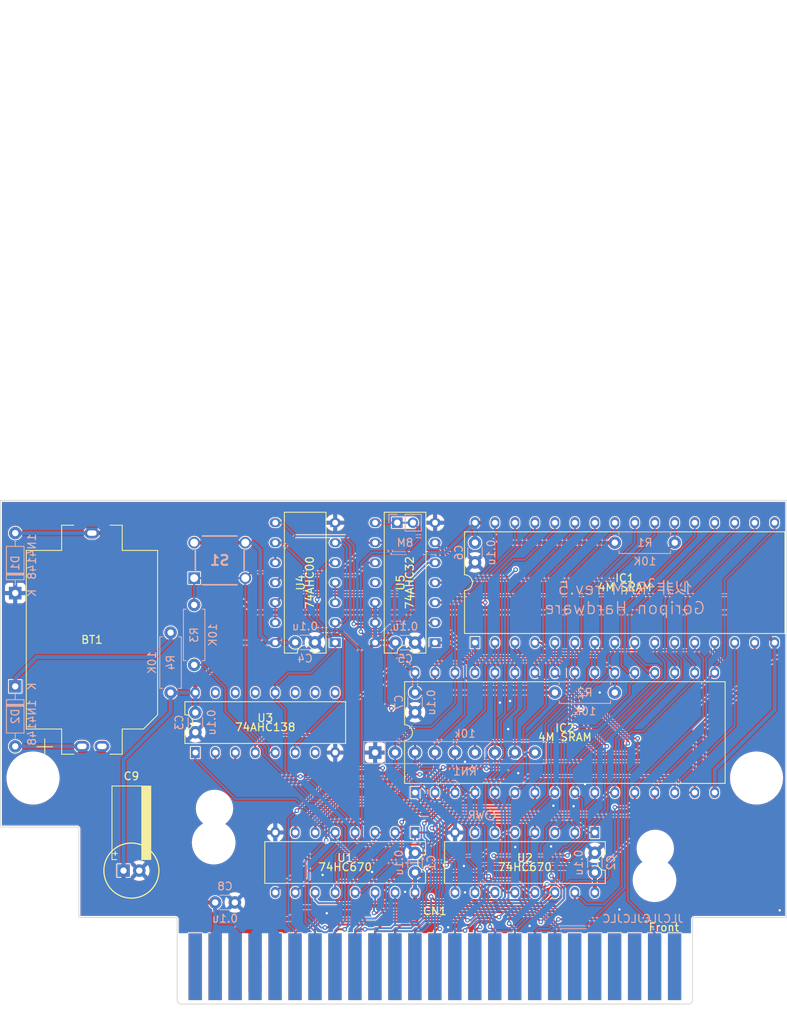
<source format=kicad_pcb>
(kicad_pcb (version 20221018) (generator pcbnew)
  (title_block (title "ESE2RAM Cartridge (74x670 version)") (date "2025-04-06") (rev "6") (company "Goripon Hardware"))
  (layers (0 "F.Cu" signal) (31 "B.Cu" signal) (34 "B.Paste" user) (35 "F.Paste" user) (36 "B.SilkS" user "B.Silkscreen") (37 "F.SilkS" user "F.Silkscreen") (38 "B.Mask" user) (39 "F.Mask" user) (44 "Edge.Cuts" user))
  (net 0 "")
  (net 1 "+5V")
  (net 2 "GND")
  (net 3 "-BATT")
  (net 4 "/RAM_A18")
  (net 5 "/RAM_A16")
  (net 6 "/RAM_A14")
  (net 7 "/A12")
  (net 8 "/A7")
  (net 9 "/A6")
  (net 10 "/A5")
  (net 11 "/A4")
  (net 12 "/A3")
  (net 13 "/A2")
  (net 14 "/A1")
  (net 15 "/A0")
  (net 16 "/D0")
  (net 17 "/D1")
  (net 18 "/D2")
  (net 19 "/D3")
  (net 20 "/D4")
  (net 21 "/D5")
  (net 22 "/D6")
  (net 23 "/D7")
  (net 24 "/~{RAM0_CE}")
  (net 25 "/A10")
  (net 26 "/~{CS12}")
  (net 27 "/A11")
  (net 28 "/A9")
  (net 29 "/A8")
  (net 30 "/RAM_A13")
  (net 31 "/~{RAM_WE}")
  (net 32 "/RAM_A17")
  (net 33 "/RAM_A15")
  (net 44 "/~{RAM1_CE}")
  (net 45 "/~{SLTSL}")
  (net 46 "/~{WR}")
  (net 48 "/~{RD}")
  (net 49 "/~{RESET}")
  (net 50 "/A15")
  (net 52 "Net-(CN1-SW1)")
  (net 56 "/A14")
  (net 57 "Net-(U1-~{Er})")
  (net 58 "Net-(U1-~{Ew})")
  (net 66 "Net-(U4-Pad3)")
  (net 67 "/A13")
  (net 68 "/RAM_A19")
  (net 69 "Net-(U4-Pad8)")
  (net 70 "Net-(U4-Pad11)")
  (net 72 "/EN_WR")
  (net 73 "/~{SLOTSELECT}")
  (net 74 "Net-(D2-K)")
  (net 75 "Net-(BT1-+)")
  (footprint "ProjectLibrary:DIP14_300mil_FineLongPad" (layer "F.Cu") (at 91.19 109.81 180)
    (fp_text reference "U5")
    (fp_text value "74AHC32")
  )
  (footprint "ProjectLibrary:DIP16_300mil_FineLongPad" (layer "F.Cu") (at 73.41 127.59 90)
    (fp_text reference "U3")
    (fp_text value "74AHC138")
  )
  (footprint "ProjectLibrary:DIP32_600mil_FineLongPad" (layer "F.Cu") (at 119.13 109.81 90)
    (fp_text reference "IC1")
    (fp_text value "4M SRAM")
  )
  (footprint "ProjectLibrary:DIP14_300mil_FineLongPad" (layer "F.Cu") (at 78.49 109.81 180)
    (fp_text reference "U4")
    (fp_text value "74AHC00")
  )
  (footprint "ProjectLibrary:BatteryHolder_CH2x-2032LF" (layer "F.Cu") (at 51.37 117.06 -90)
    (fp_text reference "BT1")
    (fp_text value "CR2032")
  )
  (footprint "ProjectLibrary:DIP16_300mil_FineLongPad" (layer "F.Cu") (at 83.57 145.37 -90)
    (fp_text reference "U1")
    (fp_text value "74HC670")
  )
  (footprint "ProjectLibrary:DIP32_600mil_FineLongPad" (layer "F.Cu") (at 111.51 128.86 90)
    (fp_text reference "IC2")
    (fp_text value "4M SRAM")
  )
  (footprint "ProjectLibrary:BUS_MSX_CARD_SHORT" (layer "F.Cu") (at 94.98 159.05)
    (fp_text reference "CN1")
    (fp_text value "BUS_MSX")
    (fp_line (start -55.25 -18.44) (end -55.25 -56.19) (stroke (width 0.1)) (layer "Edge.Cuts"))
    (fp_line (start -45.515 -18.19) (end -55 -18.19) (stroke (width 0.1)) (layer "Edge.Cuts"))
    (fp_line (start -45.265 -6.94) (end -45.265 -17.94) (stroke (width 0.1)) (layer "Edge.Cuts"))
    (fp_line (start -33.015 -6.69) (end -45.015 -6.69) (stroke (width 0.1)) (layer "Edge.Cuts"))
    (fp_line (start -32.765 3.81) (end -32.765 -6.44) (stroke (width 0.1)) (layer "Edge.Cuts"))
    (fp_line (start 32.265 4.31) (end -32.265 4.31) (stroke (width 0.1)) (layer "Edge.Cuts"))
    (fp_line (start 32.765 3.81) (end 32.765 -6.44) (stroke (width 0.1)) (layer "Edge.Cuts"))
    (fp_line (start 33.015 -6.69) (end 44.5 -6.69) (stroke (width 0.1)) (layer "Edge.Cuts"))
    (fp_line (start 44.75 -6.94) (end 44.75 -56.19) (stroke (width 0.1)) (layer "Edge.Cuts"))
    (fp_arc (start -55 -18.19) (mid -55.176777 -18.263223) (end -55.25 -18.44) (stroke (width 0.1)) (layer "Edge.Cuts"))
    (fp_arc (start -45.515 -18.19) (mid -45.338223 -18.116777) (end -45.265 -17.94) (stroke (width 0.1)) (layer "Edge.Cuts"))
    (fp_arc (start -45.015 -6.69) (mid -45.191777 -6.763223) (end -45.265 -6.94) (stroke (width 0.1)) (layer "Edge.Cuts"))
    (fp_arc (start -33.015 -6.69) (mid -32.838223 -6.616777) (end -32.765 -6.44) (stroke (width 0.1)) (layer "Edge.Cuts"))
    (fp_arc (start -32.265 4.31) (mid -32.618553 4.163553) (end -32.765 3.81) (stroke (width 0.1)) (layer "Edge.Cuts"))
    (fp_arc (start 32.765 -6.44) (mid 32.838223 -6.616777) (end 33.015 -6.69) (stroke (width 0.1)) (layer "Edge.Cuts"))
    (fp_arc (start 32.765 3.81) (mid 32.618553 4.163553) (end 32.265 4.31) (stroke (width 0.1)) (layer "Edge.Cuts"))
    (fp_arc (start 44.75 -6.94) (mid 44.676777 -6.763223) (end 44.5 -6.69) (stroke (width 0.1)) (layer "Edge.Cuts"))
  )
  (footprint "ProjectLibrary:CP_Radial_D5.0mm_P2.00mm_Horizontal" (layer "F.Cu") (at 55.39 146.4)
    (fp_text reference "C9")
    (fp_text value "47u")
  )
  (footprint "ProjectLibrary:DIP16_300mil_FineLongPad" (layer "F.Cu") (at 106.43 145.37 -90)
    (fp_text reference "U2")
    (fp_text value "74HC670")
  )
  (footprint "Diode_THT:D_DO-35_SOD27_P7.62mm_Horizontal" (layer "B.Cu") (at 41.62 122.99 -90)
    (fp_text reference "D2")
    (fp_text value "1N4148")
  )
  (footprint "Capacitor_THT:C_Disc_D3.0mm_W1.6mm_P2.50mm" (layer "B.Cu") (at 115.32 146.64 90)
    (fp_text reference "C2")
    (fp_text value "0.1u")
  )
  (footprint "Resistor_THT:R_Axial_DIN0207_L6.3mm_D2.5mm_P7.62mm_Horizontal" (layer "B.Cu") (at 61.37 123.78 90)
    (fp_text reference "R4")
    (fp_text value "10K")
  )
  (footprint "Resistor_THT:R_Array_SIP9" (layer "B.Cu") (at 87.38 131.4)
    (fp_text reference "RN1")
    (fp_text value "10k")
  )
  (footprint "Capacitor_THT:C_Disc_D3.0mm_W1.6mm_P2.50mm" (layer "B.Cu") (at 89.96 117.43)
    (fp_text reference "C5")
    (fp_text value "0.1u")
  )
  (footprint "Capacitor_THT:C_Disc_D3.0mm_W1.6mm_P2.50mm" (layer "B.Cu") (at 69.54 150.45 180)
    (fp_text reference "C8")
    (fp_text value "0.1u")
  )
  (footprint "Resistor_THT:R_Axial_DIN0207_L6.3mm_D2.5mm_P7.62mm_Horizontal" (layer "B.Cu") (at 64.37 112.64 -90)
    (fp_text reference "R3")
    (fp_text value "10K")
  )
  (footprint "Capacitor_THT:C_Disc_D3.0mm_W1.6mm_P2.50mm" (layer "B.Cu") (at 92.46 123.78 -90)
    (fp_text reference "C7")
    (fp_text value "0.1u")
  )
  (footprint "Capacitor_THT:C_Disc_D3.0mm_W1.6mm_P2.50mm" (layer "B.Cu") (at 64.52 126.32 -90)
    (fp_text reference "C3")
    (fp_text value "0.1u")
  )
  (footprint "Resistor_THT:R_Axial_DIN0207_L6.3mm_D2.5mm_P7.62mm_Horizontal" (layer "B.Cu") (at 125.48 104.73 180)
    (fp_text reference "R1")
    (fp_text value "10K")
  )
  (footprint "Diode_THT:D_DO-35_SOD27_P7.62mm_Horizontal" (layer "B.Cu") (at 41.62 111.13 90)
    (fp_text reference "D1")
    (fp_text value "1N4148")
  )
  (footprint "Capacitor_THT:C_Disc_D3.0mm_W1.6mm_P2.50mm" (layer "B.Cu") (at 77.22 117.4)
    (fp_text reference "C4")
    (fp_text value "0.1u")
  )
  (footprint "ProjectLibrary:DTS63NV" (layer "B.Cu") (at 67.62 106.98)
    (fp_text reference "S1")
    (fp_text value "DTS-63N-V" hide)
  )
  (footprint "Connector_PinHeader_2.00mm:PinHeader_1x02_P2.00mm_Vertical" (layer "B.Cu") (at 90.19 102.19 -90)
    (fp_text reference "J1")
    (fp_text value "8M")
  )
  (footprint "Resistor_THT:R_Axial_DIN0207_L6.3mm_D2.5mm_P7.62mm_Horizontal" (layer "B.Cu") (at 117.86 123.78 180)
    (fp_text reference "R2")
    (fp_text value "10K")
  )
  (footprint "Capacitor_THT:C_Disc_D3.0mm_W1.6mm_P2.50mm" (layer "B.Cu") (at 100.08 104.73 -90)
    (fp_text reference "C6")
    (fp_text value "0.1u")
  )
  (footprint "Capacitor_THT:C_Disc_D3.0mm_W1.6mm_P2.50mm" (layer "B.Cu") (at 92.46 146.64 90)
    (fp_text reference "C1")
    (fp_text value "0.1u")
  )
  (gr_circle (center 102.02 139.36) (end 102.62 139.36) (stroke (width 0.153)) (fill none) (layer "B.SilkS"))
  (gr_circle (center 56.39 146.4) (end 59.89 146.4) (stroke (width 0.153)) (fill none) (layer "F.SilkS"))
  (gr_line (start 139.73 99.36) (end 139.73 102.86) (stroke (width 0.1)) (layer "Edge.Cuts"))
  (gr_line (start 39.73 99.36) (end 39.73 102.86) (stroke (width 0.1)) (layer "Edge.Cuts"))
  (gr_line (start 139.73 99.36) (end 39.73 99.36) (stroke (width 0.1)) (layer "Edge.Cuts"))
  (gr_text "似非²RAM rev.5\nGoripon Hardware" (at 119.13 111.81) (layer "B.SilkS") (effects (font (size 1.53 1.53) (thickness 0.153)) (justify mirror)))
  (gr_text "WR" (at 101.42 139.36) (layer "B.SilkS") (effects (font (size 1 1) (thickness 0.153)) (justify left mirror)))
  (gr_text "JLCJLCJLCJLC" (at 126.685 153.1) (layer "B.SilkS") (effects (font (size 1 1) (thickness 0.153)) (justify left bottom mirror)))
  (segment (start 82.846 115.8451) (end 76.2649 115.8451) (width 0.508) (layer "F.Cu") (net 1))
  (segment (start 77.98 151.05) (end 84.511967 151.05) (width 0.508) (layer "F.Cu") (net 1))
  (segment (start 115.32 146.64) (end 115.32 149.18) (width 0.508) (layer "F.Cu") (net 1))
  (segment (start 92.46 146.64) (end 92.758 146.938) (width 0.508) (layer "F.Cu") (net 1))
  (segment (start 74.68 117.43) (end 69.96 117.43) (width 0.508) (layer "F.Cu") (net 1))
  (segment (start 58.41 150.45) (end 67.04 150.45) (width 0.508) (layer "F.Cu") (net 1))
  (segment (start 84.511967 151.05) (end 84.700267 150.8617) (width 0.508) (layer "F.Cu") (net 1))
  (segment (start 69.96 117.43) (end 64.52 122.87) (width 0.508) (layer "F.Cu") (net 1))
  (segment (start 110.24 123.78) (end 109.0571 123.78) (width 0.508) (layer "F.Cu") (net 1))
  (segment (start 76.2649 115.8451) (end 74.68 117.43) (width 0.508) (layer "F.Cu") (net 1))
  (segment (start 103.41 104.73) (end 100.87 102.19) (width 0.508) (layer "F.Cu") (net 1))
  (segment (start 92.46 123.78) (end 109.0571 123.78) (width 0.508) (layer "F.Cu") (net 1))
  (segment (start 92.46 150.124465) (end 92.46 149.18) (width 0.508) (layer "F.Cu") (net 1))
  (segment (start 100.4841 146.938) (end 101.3541 146.068) (width 0.508) (layer "F.Cu") (net 1))
  (segment (start 67.04 150.45) (end 67.04 151.45) (width 0.508) (layer "F.Cu") (net 1))
  (segment (start 100.87 102.19) (end 100.08 102.19) (width 0.508) (layer "F.Cu") (net 1))
  (segment (start 114.748 146.068) (end 115.32 146.64) (width 0.508) (layer "F.Cu") (net 1))
  (segment (start 55.39 146.4) (end 55.39 147.43) (width 0.508) (layer "F.Cu") (net 1))
  (segment (start 117.86 104.73) (end 103.41 104.73) (width 0.508) (layer "F.Cu") (net 1))
  (segment (start 91.722764 150.8617) (end 92.46 150.124465) (width 0.508) (layer "F.Cu") (net 1))
  (segment (start 76.47 152.56) (end 77.98 151.05) (width 0.508) (layer "F.Cu") (net 1))
  (segment (start 68.15 152.56) (end 76.47 152.56) (width 0.508) (layer "F.Cu") (net 1))
  (segment (start 84.700267 150.8617) (end 91.722764 150.8617) (width 0.508) (layer "F.Cu") (net 1))
  (segment (start 87.38 117.43) (end 86.75 118.06) (width 0.508) (layer "F.Cu") (net 1))
  (segment (start 64.37 104.73) (end 70.87 104.73) (width 0.508) (layer "F.Cu") (net 1))
  (segment (start 55.39 147.43) (end 58.41 150.45) (width 0.508) (layer "F.Cu") (net 1))
  (segment (start 85.0609 118.06) (end 82.846 115.8451) (width 0.508) (layer "F.Cu") (net 1))
  (segment (start 101.3541 146.068) (end 114.748 146.068) (width 0.508) (layer "F.Cu") (net 1))
  (segment (start 86.75 118.06) (end 85.0609 118.06) (width 0.508) (layer "F.Cu") (net 1))
  (segment (start 64.52 122.87) (end 64.52 123.78) (width 0.508) (layer "F.Cu") (net 1))
  (segment (start 89.96 117.43) (end 87.38 117.43) (width 0.508) (layer "F.Cu") (net 1))
  (segment (start 67.04 151.45) (end 68.15 152.56) (width 0.508) (layer "F.Cu") (net 1))
  (segment (start 92.758 146.938) (end 100.4841 146.938) (width 0.508) (layer "F.Cu") (net 1))
  (segment (start 100.08 104.73) (end 100.08 102.19) (width 0.508) (layer "B.Cu") (net 1))
  (segment (start 72.78 116.46) (end 72.78 105.66) (width 0.508) (layer "B.Cu") (net 1))
  (segment (start 74.68 117.43) (end 73.75 117.43) (width 0.508) (layer "B.Cu") (net 1))
  (segment (start 89.96 118.74) (end 92.46 121.24) (width 0.508) (layer "B.Cu") (net 1))
  (segment (start 89.96 117.43) (end 89.96 118.74) (width 0.508) (layer "B.Cu") (net 1))
  (segment (start 92.46 149.18) (end 92.46 146.64) (width 0.508) (layer "B.Cu") (net 1))
  (segment (start 67.04 158.61) (end 67.04 150.45) (width 0.508) (layer "B.Cu") (net 1))
  (segment (start 77.19 117.43) (end 74.68 117.43) (width 0.508) (layer "B.Cu") (net 1))
  (segment (start 100.08 102.24) (end 96.32 106) (width 0.508) (layer "B.Cu") (net 1))
  (segment (start 64.52 123.78) (end 61.37 123.78) (width 0.508) (layer "B.Cu") (net 1))
  (segment (start 89.85 110.44) (end 89.85 114.96) (width 0.508) (layer "B.Cu") (net 1))
  (segment (start 67.04 158.61) (end 67.04 154.36) (width 1.016) (layer "B.Cu") (net 1))
  (segment (start 61.37 123.78) (end 61.37 126.3) (width 0.508) (layer "B.Cu") (net 1))
  (segment (start 55.39 132.28) (end 55.39 146.4) (width 0.508) (layer "B.Cu") (net 1))
  (segment (start 69.072 153.852) (end 69.58 154.36) (width 1.016) (layer "B.Cu") (net 1))
  (segment (start 72.78 105.66) (end 71.85 104.73) (width 0.508) (layer "B.Cu") (net 1))
  (segment (start 67.04 154.36) (end 67.548 153.852) (width 1.016) (layer "B.Cu") (net 1))
  (segment (start 64.52 123.78) (end 64.52 126.32) (width 0.508) (layer "B.Cu") (net 1))
  (segment (start 67.548 153.852) (end 69.072 153.852) (width 1.016) (layer "B.Cu") (net 1))
  (segment (start 87.38 114.89) (end 87.38 112.35) (width 0.508) (layer "B.Cu") (net 1))
  (segment (start 92.46 123.78) (end 92.46 121.24) (width 0.508) (layer "B.Cu") (net 1))
  (segment (start 61.37 126.3) (end 55.39 132.28) (width 0.508) (layer "B.Cu") (net 1))
  (segment (start 96.32 106) (end 94.29 106) (width 0.508) (layer "B.Cu") (net 1))
  (segment (start 94.29 106) (end 89.85 110.44) (width 0.508) (layer "B.Cu") (net 1))
  (segment (start 69.58 154.36) (end 69.58 158.61) (width 1.016) (layer "B.Cu") (net 1))
  (segment (start 89.85 114.96) (end 87.38 117.43) (width 0.508) (layer "B.Cu") (net 1))
  (segment (start 71.85 104.73) (end 70.87 104.73) (width 0.508) (layer "B.Cu") (net 1))
  (segment (start 100.08 102.19) (end 100.08 102.24) (width 0.508) (layer "B.Cu") (net 1))
  (segment (start 73.75 117.43) (end 72.78 116.46) (width 0.508) (layer "B.Cu") (net 1))
  (segment (start 87.38 117.43) (end 87.38 114.89) (width 0.508) (layer "B.Cu") (net 1))
  (segment (start 63.243468 125.07) (end 63.243468 127.543468) (width 0.254) (layer "F.Cu") (net 2))
  (segment (start 92.543 103.527) (end 84.767 103.527) (width 0.254) (layer "F.Cu") (net 2))
  (segment (start 81.13 118.81) (end 79.72 117.4) (width 0.254) (layer "F.Cu") (net 2))
  (segment (start 91.08 118.81) (end 81.13 118.81) (width 0.254) (layer "F.Cu") (net 2))
  (segment (start 106.2944 141.9444) (end 106.2944 141.3796) (width 0.254) (layer "F.Cu") (net 2))
  (segment (start 63.243468 125.07) (end 63.243468 123.393468) (width 0.254) (layer "F.Cu") (net 2))
  (segment (start 114.5 143.32) (end 109.77 143.32) (width 0.254) (layer "F.Cu") (net 2))
  (segment (start 92.46 144.14) (end 94.1391 144.14) (width 0.254) (layer "F.Cu") (net 2))
  (segment (start 67.43 125.07) (end 63.243468 125.07) (width 0.254) (layer "F.Cu") (net 2))
  (segment (start 63.243468 127.543468) (end 64.52 128.82) (width 0.254) (layer "F.Cu") (net 2))
  (segment (start 65.5003 129.8003) (end 65.5003 133.2012) (width 0.254) (layer "F.Cu") (net 2))
  (segment (start 98.2 103.98) (end 98.2 105.35) (width 0.254) (layer "F.Cu") (net 2))
  (segment (start 106.2944 141.3796) (end 105.5027 140.5879) (width 0.254) (layer "F.Cu") (net 2))
  (segment (start 79.72 117.4) (end 74.5469 122.5731) (width 0.254) (layer "F.Cu") (net 2))
  (segment (start 74.68 141.56) (end 73.8591 141.56) (width 0.254) (layer "F.Cu") (net 2))
  (segment (start 94.1391 144.14) (end 96.7191 141.56) (width 0.254) (layer "F.Cu") (net 2))
  (segment (start 93.88 102.19) (end 92.543 103.527) (width 0.254) (layer "F.Cu") (net 2))
  (segment (start 95 102.19) (end 93.88 102.19) (width 0.254) (layer "F.Cu") (net 2))
  (segment (start 50.98 111.13) (end 41.62 111.13) (width 0.254) (layer "F.Cu") (net 2))
  (segment (start 115.32 144.14) (end 114.5 143.32) (width 0.254) (layer "F.Cu") (net 2))
  (segment (start 109.75 143.32) (end 107.67 143.32) (width 0.254) (layer "F.Cu") (net 2))
  (segment (start 84.767 103.527) (end 83.43 102.19) (width 0.254) (layer "F.Cu") (net 2))
  (segment (start 64.52 128.82) (end 65.5003 129.8003) (width 0.254) (layer "F.Cu") (net 2))
  (segment (start 98.59 141.56) (end 97.54 141.56) (width 0.254) (layer "F.Cu") (net 2))
  (segment (start 100.08 107.23) (end 98.2 105.35) (width 0.254) (layer "F.Cu") (net 2))
  (segment (start 74.5469 122.5731) (end 69.3069 122.5731) (width 0.254) (layer "F.Cu") (net 2))
  (segment (start 109.77 143.32) (end 109.76 143.33) (width 0.254) (layer "F.Cu") (net 2))
  (segment (start 68.31 124.19) (end 67.43 125.07) (width 0.254) (layer "F.Cu") (net 2))
  (segment (start 65.5003 133.2012) (end 73.8591 141.56) (width 0.254) (layer "F.Cu") (net 2))
  (segment (start 99.5621 140.5879) (end 98.59 141.56) (width 0.254) (layer "F.Cu") (net 2))
  (segment (start 87.38 131.4) (end 82.3 131.4) (width 0.254) (layer "F.Cu") (net 2))
  (segment (start 69.3069 122.5731) (end 68.31 123.57) (width 0.254) (layer "F.Cu") (net 2))
  (segment (start 105.5027 140.5879) (end 99.5621 140.5879) (width 0.254) (layer "F.Cu") (net 2))
  (segment (start 63.243468 123.393468) (end 50.98 111.13) (width 0.254) (layer "F.Cu") (net 2))
  (segment (start 98.2 103.98) (end 96.41 102.19) (width 0.254) (layer "F.Cu") (net 2))
  (segment (start 109.76 143.33) (end 109.75 143.32) (width 0.254) (layer "F.Cu") (net 2))
  (segment (start 92.46 117.43) (end 91.08 118.81) (width 0.254) (layer "F.Cu") (net 2))
  (segment (start 96.41 102.19) (end 95 102.19) (width 0.254) (layer "F.Cu") (net 2))
  (segment (start 107.67 143.32) (end 106.2944 141.9444) (width 0.254) (layer "F.Cu") (net 2))
  (segment (start 83.43 102.19) (end 82.3 102.19) (width 0.254) (layer "F.Cu") (net 2))
  (segment (start 97.54 141.56) (end 96.7191 141.56) (width 0.254) (layer "F.Cu") (net 2))
  (segment (start 68.31 123.57) (end 68.31 124.19) (width 0.254) (layer "F.Cu") (net 2))
  (via (at 110.05 138.16) (size 0.6) (drill 0.3) (layers "F.Cu" "B.Cu") (net 2))
  (via (at 109.76 143.33) (size 0.6) (drill 0.3) (layers "F.Cu" "B.Cu") (net 2))
  (via (at 98.81 132.57) (size 0.6) (drill 0.3) (layers "F.Cu" "B.Cu") (net 2))
  (via (at 98.67 145.82) (size 0.6) (drill 0.3) (layers "F.Cu" "B.Cu") (net 2))
  (via (at 114.07 135.41) (size 0.6) (drill 0.3) (layers "F.Cu" "B.Cu") (net 2))
  (via (at 112.62 138.22) (size 0.6) (drill 0.3) (layers "F.Cu" "B.Cu") (net 2))
  (via (at 98.81 149.17) (size 0.6) (drill 0.3) (layers "F.Cu" "B.Cu") (net 2))
  (via (at 118.45 151.34) (size 0.6) (drill 0.3) (layers "F.Cu" "B.Cu") (net 2))
  (via (at 80.7 146.95) (size 0.6) (drill 0.3) (layers "F.Cu" "B.Cu") (net 2))
  (via (at 96.67 153.61) (size 0.6) (drill 0.3) (layers "F.Cu" "B.Cu") (net 2))
  (via (at 107.03 153.43) (size 0.6) (drill 0.3) (layers "F.Cu" "B.Cu") (net 2))
  (via (at 91.19 149.1) (size 0.6) (drill 0.3) (layers "F.Cu" "B.Cu") (net 2))
  (via (at 86.99 146.57) (size 0.6) (drill 0.3) (layers "F.Cu" "B.Cu") (net 2))
  (via (at 103.25 125.05) (size 0.6) (drill 0.3) (layers "F.Cu" "B.Cu") (net 2))
  (via (at 115.94 123.77) (size 0.6) (drill 0.3) (layers "F.Cu" "B.Cu") (net 2))
  (via (at 105.58 134.02) (size 0.6) (drill 0.3) (layers "F.Cu" "B.Cu") (net 2))
  (via (at 104.54 124.85) (size 0.6) (drill 0.3) (layers "F.Cu" "B.Cu") (net 2))
  (via (at 138.83 151.45) (size 0.6) (drill 0.3) (layers "F.Cu" "B.Cu") (net 2))
  (via (at 81.23 151.82) (size 0.6) (drill 0.3) (layers "F.Cu" "B.Cu") (net 2))
  (via (at 105.2 143.41) (size 0.6) (drill 0.3) (layers "F.Cu" "B.Cu") (net 2))
  (via (at 104.3 128.42) (size 0.6) (drill 0.3) (layers "F.Cu" "B.Cu") (net 2))
  (segment (start 92.46 117.43) (end 93.5372 118.5072) (width 0.254) (layer "B.Cu") (net 2))
  (segment (start 87.38 131.7206) (end 87.38 129.92) (width 0.254) (layer "B.Cu") (net 2))
  (segment (start 93.5372 125.2028) (end 92.46 126.28) (width 0.254) (layer "B.Cu") (net 2))
  (segment (start 58.5331 147.5431) (end 57.39 146.4) (width 0.254) (layer "B.Cu") (net 2))
  (segment (start 91.42 127.32) (end 92.46 126.28) (width 0.254) (layer "B.Cu") (net 2))
  (segment (start 91.606 138.7761) (end 91.606 143.286) (width 0.254) (layer "B.Cu") (net 2))
  (segment (start 81.81376 102.638) (end 81.80176 102.65) (width 0.254) (layer "B.Cu") (net 2))
  (segment (start 74.66 154.36) (end 74.66 158.61) (width 1.016) (layer "B.Cu") (net 2))
  (segment (start 96.29 111.02) (end 96.29 113.16) (width 0.254) (layer "B.Cu") (net 2))
  (segment (start 87.38 131.7206) (end 87.38 134.5501) (width 0.254) (layer "B.Cu") (net 2))
  (segment (start 91.606 143.286) (end 92.46 144.14) (width 0.254) (layer "B.Cu") (net 2))
  (segment (start 72.12 153.03) (end 72.12 158.61) (width 0.254) (layer "B.Cu") (net 2))
  (segment (start 93.5372 118.5072) (end 93.5372 125.2028) (width 0.254) (layer "B.Cu") (net 2))
  (segment (start 87.38 129.92) (end 89.98 127.32) (width 0.254) (layer "B.Cu") (net 2))
  (segment (start 69.54 150.45) (end 72.12 153.03) (width 0.254) (layer "B.Cu") (net 2))
  (segment (start 74.68 141.56) (end 73.8591 141.56) (width 0.254) (layer "B.Cu") (net 2))
  (segment (start 72.12 154.36) (end 72.628 153.852) (width 1.016) (layer "B.Cu") (net 2))
  (segment (start 72.628 153.852) (end 74.152 153.852) (width 1.016) (layer "B.Cu") (net 2))
  (segment (start 93.37 116.52) (end 92.46 117.43) (width 0.254) (layer "B.Cu") (net 2))
  (segment (start 87.38 134.5501) (end 91.606 138.7761) (width 0.254) (layer "B.Cu") (net 2))
  (segment (start 93.37 114.34) (end 93.37 116.52) (width 0.254) (layer "B.Cu") (net 2))
  (segment (start 94.09 113.62) (end 93.37 114.34) (width 0.254) (layer "B.Cu") (net 2))
  (segment (start 67.876 147.5431) (end 58.5331 147.5431) (width 0.254) (layer "B.Cu") (net 2))
  (segment (start 95.83 113.62) (end 94.09 113.62) (width 0.254) (layer "B.Cu") (net 2))
  (segment (start 74.152 153.852) (end 74.66 154.36) (width 1.016) (layer "B.Cu") (net 2))
  (segment (start 96.29 113.16) (end 95.83 113.62) (width 0.254) (layer "B.Cu") (net 2))
  (segment (start 67.876 147.5431) (end 73.8591 141.56) (width 0.254) (layer "B.Cu") (net 2))
  (segment (start 89.98 127.32) (end 91.42 127.32) (width 0.254) (layer "B.Cu") (net 2))
  (segment (start 67.876 148.786) (end 67.876 147.5431) (width 0.254) (layer "B.Cu") (net 2))
  (segment (start 72.12 158.61) (end 72.12 154.36) (width 1.016) (layer "B.Cu") (net 2))
  (segment (start 69.54 150.45) (end 67.876 148.786) (width 0.254) (layer "B.Cu") (net 2))
  (segment (start 100.08 107.23) (end 96.29 111.02) (width 0.254) (layer "B.Cu") (net 2))
  (segment (start 87.38 131.4) (end 87.38 131.7206) (width 0.254) (layer "B.Cu") (net 2))
  (segment (start 65.23 106.89) (end 71.9267 113.5867) (width 0.508) (layer "F.Cu") (net 3))
  (segment (start 51.37 103.51) (end 52.52 103.51) (width 0.508) (layer "F.Cu") (net 3))
  (segment (start 55.9 106.89) (end 65.23 106.89) (width 0.508) (layer "F.Cu") (net 3))
  (segment (start 134.3367 113.5867) (end 138.18 117.43) (width 0.508) (layer "F.Cu") (net 3))
  (segment (start 71.9267 113.5867) (end 134.3367 113.5867) (width 0.508) (layer "F.Cu") (net 3))
  (segment (start 52.52 103.51) (end 55.9 106.89) (width 0.508) (layer "F.Cu") (net 3))
  (segment (start 138.18 117.43) (end 138.18 126.0009) (width 0.508) (layer "B.Cu") (net 3))
  (segment (start 138.18 126.0009) (end 130.56 133.6209) (width 0.508) (layer "B.Cu") (net 3))
  (segment (start 130.56 133.6209) (end 130.56 136.48) (width 0.508) (layer "B.Cu") (net 3))
  (segment (start 51.37 103.51) (end 41.62 103.51) (width 0.508) (layer "B.Cu") (net 3))
  (segment (start 92.46 136.48) (end 93.42 135.52) (width 0.254) (layer "F.Cu") (net 4))
  (segment (start 93.42 135.13) (end 95 133.55) (width 0.254) (layer "F.Cu") (net 4))
  (segment (start 95 133.55) (end 95 131.4) (width 0.254) (layer "F.Cu") (net 4))
  (segment (start 93.42 135.52) (end 93.42 135.13) (width 0.254) (layer "F.Cu") (net 4))
  (segment (start 97.54 149.18) (end 97.54 145.38) (width 0.254) (layer "B.Cu") (net 4))
  (segment (start 95 131.4) (end 95 130.3441) (width 0.254) (layer "B.Cu") (net 4))
  (segment (start 96.001 143.841) (end 96.001 140.321) (width 0.254) (layer "B.Cu") (net 4))
  (segment (start 100.08 118.32) (end 100.08 117.43) (width 0.254) (layer "B.Cu") (net 4))
  (segment (start 92.46 136.78) (end 92.46 136.48) (width 0.254) (layer "B.Cu") (net 4))
  (segment (start 96.001 140.321) (end 92.46 136.78) (width 0.254) (layer "B.Cu") (net 4))
  (segment (start 98.77 119.63) (end 100.08 118.32) (width 0.254) (layer "B.Cu") (net 4))
  (segment (start 95 130.3441) (end 98.77 126.5741) (width 0.254) (layer "B.Cu") (net 4))
  (segment (start 97.54 145.38) (end 96.001 143.841) (width 0.254) (layer "B.Cu") (net 4))
  (segment (start 98.77 126.5741) (end 98.77 119.63) (width 0.254) (layer "B.Cu") (net 4))
  (segment (start 97.54 133.06) (end 97.54 131.4) (width 0.254) (layer "F.Cu") (net 5))
  (segment (start 82.554716 137.9841) (end 79.76 140.778816) (width 0.254) (layer "F.Cu") (net 5))
  (segment (start 95 137.305484) (end 94.321384 137.9841) (width 0.254) (layer "F.Cu") (net 5))
  (segment (start 94.321384 137.9841) (end 82.554716 137.9841) (width 0.254) (layer "F.Cu") (net 5))
  (segment (start 79.76 140.778816) (end 79.76 141.56) (width 0.254) (layer "F.Cu") (net 5))
  (segment (start 95 136.48) (end 95 135.6) (width 0.254) (layer "F.Cu") (net 5))
  (segment (start 95 136.48) (end 95 137.305484) (width 0.254) (layer "F.Cu") (net 5))
  (segment (start 95 135.6) (end 97.54 133.06) (width 0.254) (layer "F.Cu") (net 5))
  (segment (start 102.62 117.43) (end 102.62 119.19) (width 0.254) (layer "B.Cu") (net 5))
  (segment (start 101.36 125.9826) (end 97.54 129.8026) (width 0.254) (layer "B.Cu") (net 5))
  (segment (start 97.54 129.8026) (end 97.54 131.4) (width 0.254) (layer "B.Cu") (net 5))
  (segment (start 101.36 120.45) (end 101.36 125.9826) (width 0.254) (layer "B.Cu") (net 5))
  (segment (start 102.62 119.19) (end 101.36 120.45) (width 0.254) (layer "B.Cu") (net 5))
  (segment (start 89.296716 137.2221) (end 82.2251 137.2221) (width 0.254) (layer "F.Cu") (net 6))
  (segment (start 78.557 145.303) (end 74.68 149.18) (width 0.254) (layer "F.Cu") (net 6))
  (segment (start 97.54 135.704016) (end 97.54 136.48) (width 0.254) (layer "F.Cu") (net 6))
  (segment (start 92.348816 134.17) (end 89.296716 137.2221) (width 0.254) (layer "F.Cu") (net 6))
  (segment (start 98.4781 135.1419) (end 98.102116 135.1419) (width 0.254) (layer "F.Cu") (net 6))
  (segment (start 78.557 140.8902) (end 78.557 145.303) (width 0.254) (layer "F.Cu") (net 6))
  (segment (start 101.15 132.47) (end 98.4781 135.1419) (width 0.254) (layer "F.Cu") (net 6))
  (segment (start 104.09 132.47) (end 101.15 132.47) (width 0.254) (layer "F.Cu") (net 6))
  (segment (start 98.102116 135.1419) (end 97.54 135.704016) (width 0.254) (layer "F.Cu") (net 6))
  (segment (start 93.05 134.17) (end 92.348816 134.17) (width 0.254) (layer "F.Cu") (net 6))
  (segment (start 82.2251 137.2221) (end 78.557 140.8902) (width 0.254) (layer "F.Cu") (net 6))
  (segment (start 105.16 131.4) (end 104.09 132.47) (width 0.254) (layer "F.Cu") (net 6))
  (via (at 93.05 134.17) (size 0.6) (drill 0.3) (layers "F.Cu" "B.Cu") (net 6))
  (segment (start 105.16 127.04) (end 106.41 125.79) (width 0.254) (layer "B.Cu") (net 6))
  (segment (start 106.41 119.55) (end 105.16 118.3) (width 0.254) (layer "B.Cu") (net 6))
  (segment (start 106.41 125.79) (end 106.41 119.55) (width 0.254) (layer "B.Cu") (net 6))
  (segment (start 94.4091 134.17) (end 96.7191 136.48) (width 0.254) (layer "B.Cu") (net 6))
  (segment (start 96.7191 136.48) (end 97.54 136.48) (width 0.254) (layer "B.Cu") (net 6))
  (segment (start 105.16 131.4) (end 105.16 127.04) (width 0.254) (layer "B.Cu") (net 6))
  (segment (start 93.05 134.17) (end 94.4091 134.17) (width 0.254) (layer "B.Cu") (net 6))
  (segment (start 105.16 118.3) (end 105.16 117.43) (width 0.254) (layer "B.Cu") (net 6))
  (segment (start 95.5488 137.8452) (end 97.9748 137.8452) (width 0.254) (layer "F.Cu") (net 7))
  (segment (start 90.76 140.24) (end 91.8021 139.1979) (width 0.254) (layer "F.Cu") (net 7))
  (segment (start 100.08 135.6) (end 100.08 136.48) (width 0.254) (layer "F.Cu") (net 7))
  (segment (start 132.04 120.37) (end 132.04 121.918784) (width 0.254) (layer "F.Cu") (net 7))
  (segment (start 94.1961 139.1979) (end 95.5488 137.8452) (width 0.254) (layer "F.Cu") (net 7))
  (segment (start 100.7 134.98) (end 100.08 135.6) (width 0.254) (layer "F.Cu") (net 7))
  (segment (start 107.7 117.43) (end 108.44 117.43) (width 0.254) (layer "F.Cu") (net 7))
  (segment (start 99.34 136.48) (end 100.08 136.48) (width 0.254) (layer "F.Cu") (net 7))
  (segment (start 91.8021 139.1979) (end 94.1961 139.1979) (width 0.254) (layer "F.Cu") (net 7))
  (segment (start 108.7372 132.5028) (end 106.26 134.98) (width 0.254) (layer "F.Cu") (net 7))
  (segment (start 97.9748 137.8452) (end 99.34 136.48) (width 0.254) (layer "F.Cu") (net 7))
  (segment (start 130.069 118.399) (end 132.04 120.37) (width 0.254) (layer "F.Cu") (net 7))
  (segment (start 121.455984 132.5028) (end 108.7372 132.5028) (width 0.254) (layer "F.Cu") (net 7))
  (segment (start 102.2063 147.5063) (end 105.2054 147.5063) (width 0.254) (layer "F.Cu") (net 7))
  (segment (start 109.409 118.399) (end 130.069 118.399) (width 0.254) (layer "F.Cu") (net 7))
  (segment (start 101.82 147.12) (end 102.2063 147.5063) (width 0.254) (layer "F.Cu") (net 7))
  (segment (start 108.44 117.43) (end 109.409 118.399) (width 0.254) (layer "F.Cu") (net 7))
  (segment (start 106.26 134.98) (end 100.7 134.98) (width 0.254) (layer "F.Cu") (net 7))
  (segment (start 105.2054 147.5063) (end 106.8791 149.18) (width 0.254) (layer "F.Cu") (net 7))
  (segment (start 106.8791 149.18) (end 107.7 149.18) (width 0.254) (layer "F.Cu") (net 7))
  (segment (start 132.04 121.918784) (end 121.455984 132.5028) (width 0.254) (layer "F.Cu") (net 7))
  (via (at 90.76 140.24) (size 0.6) (drill 0.3) (layers "F.Cu" "B.Cu") (net 7))
  (via (at 101.82 147.12) (size 0.6) (drill 0.3) (layers "F.Cu" "B.Cu") (net 7))
  (segment (start 97.52 152.72) (end 97.52 158.61) (width 0.254) (layer "B.Cu") (net 7))
  (segment (start 101.82 147.12) (end 101.32 146.62) (width 0.254) (layer "B.Cu") (net 7))
  (segment (start 100.95 147.99) (end 100.95 149.69) (width 0.254) (layer "B.Cu") (net 7))
  (segment (start 90.76 140.24) (end 90.76 144.03) (width 0.254) (layer "B.Cu") (net 7))
  (segment (start 99.86 150.38) (end 97.52 152.72) (width 0.254) (layer "B.Cu") (net 7))
  (segment (start 100.95 149.69) (end 100.26 150.38) (width 0.254) (layer "B.Cu") (net 7))
  (segment (start 100.08 139.62) (end 100.08 136.48) (width 0.254) (layer "B.Cu") (net 7))
  (segment (start 100.26 150.38) (end 99.86 150.38) (width 0.254) (layer "B.Cu") (net 7))
  (segment (start 85.61 149.18) (end 84.84 149.18) (width 0.254) (layer "B.Cu") (net 7))
  (segment (start 101.32 140.86) (end 100.08 139.62) (width 0.254) (layer "B.Cu") (net 7))
  (segment (start 90.76 144.03) (end 85.61 149.18) (width 0.254) (layer "B.Cu") (net 7))
  (segment (start 101.32 146.62) (end 101.32 140.86) (width 0.254) (layer "B.Cu") (net 7))
  (segment (start 101.82 147.12) (end 100.95 147.99) (width 0.254) (layer "B.Cu") (net 7))
  (segment (start 106.24 128.23) (end 106.24 131.99) (width 0.254) (layer "B.Cu") (net 8))
  (segment (start 102.989055 150.658) (end 102.660818 150.658) (width 0.254) (layer "B.Cu") (net 8))
  (segment (start 102.62 135.61) (end 102.62 136.48) (width 0.254) (layer "B.Cu") (net 8))
  (segment (start 103.9 149.747055) (end 102.989055 150.658) (width 0.254) (layer "B.Cu") (net 8))
  (segment (start 110.24 117.43) (end 110.24 119.15) (width 0.254) (layer "B.Cu") (net 8))
  (segment (start 102.660818 150.658) (end 100.06 153.258816) (width 0.254) (layer "B.Cu") (net 8))
  (segment (start 109.131 125.339) (end 106.24 128.23) (width 0.254) (layer "B.Cu") (net 8))
  (segment (start 100.06 153.258816) (end 100.06 158.61) (width 0.254) (layer "B.Cu") (net 8))
  (segment (start 110.24 119.15) (end 109.131 120.259) (width 0.254) (layer "B.Cu") (net 8))
  (segment (start 103.9 138.64) (end 103.9 149.747055) (width 0.254) (layer "B.Cu") (net 8))
  (segment (start 102.62 136.48) (end 102.62 137.36) (width 0.254) (layer "B.Cu") (net 8))
  (segment (start 102.62 137.36) (end 103.9 138.64) (width 0.254) (layer "B.Cu") (net 8))
  (segment (start 109.131 120.259) (end 109.131 125.339) (width 0.254) (layer "B.Cu") (net 8))
  (segment (start 106.24 131.99) (end 102.62 135.61) (width 0.254) (layer "B.Cu") (net 8))
  (segment (start 100.06 154.08) (end 100.06 158.61) (width 0.254) (layer "F.Cu") (net 9))
  (segment (start 100.73 153.56) (end 100.58 153.56) (width 0.254) (layer "F.Cu") (net 9))
  (segment (start 100.58 153.56) (end 100.06 154.08) (width 0.254) (layer "F.Cu") (net 9))
  (via (at 100.73 153.56) (size 0.6) (drill 0.3) (layers "F.Cu" "B.Cu") (net 9))
  (segment (start 112.399 120.281) (end 112.399 118.692184) (width 0.254) (layer "B.Cu") (net 9))
  (segment (start 102.818633 151.039) (end 103.146871 151.039) (width 0.254) (layer "B.Cu") (net 9))
  (segment (start 105.2004 136.48) (end 106.621 135.0594) (width 0.254) (layer "B.Cu") (net 9))
  (segment (start 104.34 148.837516) (end 104.34 141.902484) (width 0.254) (layer "B.Cu") (net 9))
  (segment (start 106.621 135.0594) (end 106.621 129.289) (width 0.254) (layer "B.Cu") (net 9))
  (segment (start 104.338 141.900484) (end 104.338 137.3424) (width 0.254) (layer "B.Cu") (net 9))
  (segment (start 112.399 118.692184) (end 112.78 118.311184) (width 0.254) (layer "B.Cu") (net 9))
  (segment (start 104.338 137.3424) (end 105.2004 136.48) (width 0.254) (layer "B.Cu") (net 9))
  (segment (start 104.338 149.847871) (end 104.338 148.839516) (width 0.254) (layer "B.Cu") (net 9))
  (segment (start 100.73 153.127633) (end 102.818633 151.039) (width 0.254) (layer "B.Cu") (net 9))
  (segment (start 100.73 153.56) (end 100.73 153.127633) (width 0.254) (layer "B.Cu") (net 9))
  (segment (start 104.34 141.902484) (end 104.338 141.900484) (width 0.254) (layer "B.Cu") (net 9))
  (segment (start 111.91 120.77) (end 112.399 120.281) (width 0.254) (layer "B.Cu") (net 9))
  (segment (start 106.621 129.289) (end 111.91 124) (width 0.254) (layer "B.Cu") (net 9))
  (segment (start 103.146871 151.039) (end 104.338 149.847871) (width 0.254) (layer "B.Cu") (net 9))
  (segment (start 111.91 124) (end 111.91 120.77) (width 0.254) (layer "B.Cu") (net 9))
  (segment (start 112.78 118.311184) (end 112.78 117.43) (width 0.254) (layer "B.Cu") (net 9))
  (segment (start 104.338 148.839516) (end 104.34 148.837516) (width 0.254) (layer "B.Cu") (net 9))
  (segment (start 105.16 136.48) (end 105.2004 136.48) (width 0.254) (layer "B.Cu") (net 9))
  (segment (start 107.7 137.38) (end 107.7 136.48) (width 0.254) (layer "F.Cu") (net 10))
  (segment (start 93.9433 140.0967) (end 94.389816 140.0967) (width 0.254) (layer "F.Cu") (net 10))
  (segment (start 95.854916 138.6316) (end 106.4484 138.6316) (width 0.254) (layer "F.Cu") (net 10))
  (segment (start 94.389816 140.0967) (end 95.854916 138.6316) (width 0.254) (layer "F.Cu") (net 10))
  (segment (start 93.63 140.41) (end 93.9433 140.0967) (width 0.254) (layer "F.Cu") (net 10))
  (segment (start 106.4484 138.6316) (end 107.7 137.38) (width 0.254) (layer "F.Cu") (net 10))
  (via (at 93.63 140.41) (size 0.6) (drill 0.3) (layers "F.Cu" "B.Cu") (net 10))
  (segment (start 92.31437 153.348) (end 93.150816 153.348) (width 0.254) (layer "B.Cu") (net 10))
  (segment (start 114.47 122.385684) (end 114.47 120.76) (width 0.254) (layer "B.Cu") (net 10))
  (segment (start 89.952185 153.719) (end 91.943369 153.719) (width 0.254) (layer "B.Cu") (net 10))
  (segment (start 93.837 152.661816) (end 93.837 149.503) (width 0.254) (layer "B.Cu") (net 10))
  (segment (start 94.858 148.482) (end 94.858 143.368) (width 0.254) (layer "B.Cu") (net 10))
  (segment (start 93.63 142.14) (end 93.63 140.41) (width 0.254) (layer "B.Cu") (net 10))
  (segment (start 115.32 118.33) (end 115.32 117.43) (width 0.254) (layer "B.Cu") (net 10))
  (segment (start 109.009 127.846684) (end 114.47 122.385684) (width 0.254) (layer "B.Cu") (net 10))
  (segment (start 94.858 143.368) (end 93.63 142.14) (width 0.254) (layer "B.Cu") (net 10))
  (segment (start 107.7 136.48) (end 107.7 135.6) (width 0.254) (layer "B.Cu") (net 10))
  (segment (start 87.36 158.61) (end 87.36 154.31) (width 0.254) (layer "B.Cu") (net 10))
  (segment (start 89.571184 154.1) (end 89.952185 153.719) (width 0.254) (layer "B.Cu") (net 10))
  (segment (start 93.150816 153.348) (end 93.837 152.661816) (width 0.254) (layer "B.Cu") (net 10))
  (segment (start 114.939 120.291) (end 114.939 118.711) (width 0.254) (layer "B.Cu") (net 10))
  (segment (start 93.837 149.503) (end 94.858 148.482) (width 0.254) (layer "B.Cu") (net 10))
  (segment (start 87.36 154.31) (end 87.57 154.1) (width 0.254) (layer "B.Cu") (net 10))
  (segment (start 114.47 120.76) (end 114.939 120.291) (width 0.254) (layer "B.Cu") (net 10))
  (segment (start 109.009 134.291) (end 109.009 127.846684) (width 0.254) (layer "B.Cu") (net 10))
  (segment (start 87.57 154.1) (end 89.571184 154.1) (width 0.254) (layer "B.Cu") (net 10))
  (segment (start 114.939 118.711) (end 115.32 118.33) (width 0.254) (layer "B.Cu") (net 10))
  (segment (start 107.7 135.6) (end 109.009 134.291) (width 0.254) (layer "B.Cu") (net 10))
  (segment (start 91.943369 153.719) (end 92.31437 153.348) (width 0.254) (layer "B.Cu") (net 10))
  (segment (start 87.36 154.17) (end 88.6363 152.8937) (width 0.254) (layer "F.Cu") (net 11))
  (segment (start 92.571916 152.8937) (end 93.409716 152.0559) (width 0.254) (layer "F.Cu") (net 11))
  (segment (start 87.36 158.61) (end 87.36 154.17) (width 0.254) (layer "F.Cu") (net 11))
  (segment (start 88.6363 152.8937) (end 92.571916 152.8937) (width 0.254) (layer "F.Cu") (net 11))
  (segment (start 102.5904 152.3104) (end 103.13 152.3104) (width 0.254) (layer "F.Cu") (net 11))
  (segment (start 93.409716 152.0559) (end 102.3359 152.0559) (width 0.254) (layer "F.Cu") (net 11))
  (segment (start 102.3359 152.0559) (end 102.5904 152.3104) (width 0.254) (layer "F.Cu") (net 11))
  (via (at 103.13 152.3104) (size 0.6) (drill 0.3) (layers "F.Cu" "B.Cu") (net 11))
  (segment (start 106.4405 149.8112) (end 106.4405 140.2795) (width 0.254) (layer "B.Cu") (net 11))
  (segment (start 105.7217 150.53) (end 106.4405 149.8112) (width 0.254) (layer "B.Cu") (net 11))
  (segment (start 117.0391 119.1509) (end 117.0391 120.898416) (width 0.254) (layer "B.Cu") (net 11))
  (segment (start 117.038 120.899516) (end 117.038 121.362) (width 0.254) (layer "B.Cu") (net 11))
  (segment (start 109.771 128.162316) (end 109.771 135.151) (width 0.254) (layer "B.Cu") (net 11))
  (segment (start 117.86 118.33) (end 117.0391 119.1509) (width 0.254) (layer "B.Cu") (net 11))
  (segment (start 117.0391 120.898416) (end 117.038 120.899516) (width 0.254) (layer "B.Cu") (net 11))
  (segment (start 110.24 135.62) (end 110.24 136.48) (width 0.254) (layer "B.Cu") (net 11))
  (segment (start 117.86 117.43) (end 117.86 118.33) (width 0.254) (layer "B.Cu") (net 11))
  (segment (start 103.13 152.3104) (end 104.9104 150.53) (width 0.254) (layer "B.Cu") (net 11))
  (segment (start 115.341416 122.5919) (end 109.771 128.162316) (width 0.254) (layer "B.Cu") (net 11))
  (segment (start 106.4405 140.2795) (end 110.24 136.48) (width 0.254) (layer "B.Cu") (net 11))
  (segment (start 104.9104 150.53) (end 105.7217 150.53) (width 0.254) (layer "B.Cu") (net 11))
  (segment (start 115.8081 122.5919) (end 115.341416 122.5919) (width 0.254) (layer "B.Cu") (net 11))
  (segment (start 109.771 135.151) (end 110.24 135.62) (width 0.254) (layer "B.Cu") (net 11))
  (segment (start 117.038 121.362) (end 115.8081 122.5919) (width 0.254) (layer "B.Cu") (net 11))
  (segment (start 108.9135 149.2845) (end 108.0471 150.1509) (width 0.254) (layer "F.Cu") (net 12))
  (segment (start 94.9473 150.1509) (end 94.5005 149.7041) (width 0.254) (layer "F.Cu") (net 12))
  (segment (start 108.9135 148.4565) (end 108.9135 149.2845) (width 0.254) (layer "F.Cu") (net 12))
  (segment (start 109.24 148.13) (end 108.9135 148.4565) (width 0.254) (layer "F.Cu") (net 12))
  (segment (start 108.0471 150.1509) (end 94.9473 150.1509) (width 0.254) (layer "F.Cu") (net 12))
  (via (at 109.24 148.13) (size 0.6) (drill 0.3) (layers "F.Cu" "B.Cu") (net 12))
  (via (at 94.5005 149.7041) (size 0.6) (drill 0.3) (layers "F.Cu" "B.Cu") (net 12))
  (segment (start 120.4 118.881184) (end 120.4 117.43) (width 0.254) (layer "B.Cu") (net 12))
  (segment (start 112.78 135.605534) (end 112.203 135.028534) (width 0.254) (layer "B.Cu") (net 12))
  (segment (start 113.7126 137.4126) (end 112.78 136.48) (width 0.254) (layer "B.Cu") (net 12))
  (segment (start 94.5005 151.504784) (end 94.218 151.787284) (width 0.254) (layer "B.Cu") (net 12))
  (segment (start 112.78 136.48) (end 112.78 135.605534) (width 0.254) (layer "B.Cu") (net 12))
  (segment (start 94.218 152.819632) (end 93.308632 153.729) (width 0.254) (layer "B.Cu") (net 12))
  (segment (start 94.5005 149.7041) (end 94.5005 151.504784) (width 0.254) (layer "B.Cu") (net 12))
  (segment (start 92.472185 153.729) (end 92.101184 154.1) (width 0.254) (layer "B.Cu") (net 12))
  (segment (start 113.7126 142.046216) (end 113.7126 137.4126) (width 0.254) (layer "B.Cu") (net 12))
  (segment (start 121.789816 120.271) (end 120.4 118.881184) (width 0.254) (layer "B.Cu") (net 12))
  (segment (start 110.9635 147.4565) (end 110.9635 145.656112) (width 0.254) (layer "B.Cu") (net 12))
  (segment (start 111.213 145.406612) (end 111.213 144.228572) (width 0.254) (layer "B.Cu") (net 12))
  (segment (start 112.203 135.028534) (end 112.203 133.415816) (width 0.254) (layer "B.Cu") (net 12))
  (segment (start 93.308632 153.729) (end 92.472185 153.729) (width 0.254) (layer "B.Cu") (net 12))
  (segment (start 89.9 154.31) (end 89.9 158.61) (width 0.254) (layer "B.Cu") (net 12))
  (segment (start 110.9635 145.656112) (end 111.213 145.406612) (width 0.254) (layer "B.Cu") (net 12))
  (segment (start 111.611572 143.83) (end 111.928816 143.83) (width 0.254) (layer "B.Cu") (net 12))
  (segment (start 90.11 154.1) (end 89.9 154.31) (width 0.254) (layer "B.Cu") (net 12))
  (segment (start 112.203 133.415816) (end 123.84 121.778816) (width 0.254) (layer "B.Cu") (net 12))
  (segment (start 123.279241 120.271) (end 121.789816 120.271) (width 0.254) (layer "B.Cu") (net 12))
  (segment (start 109.24 148.13) (end 110.29 148.13) (width 0.254) (layer "B.Cu") (net 12))
  (segment (start 111.213 144.228572) (end 111.611572 143.83) (width 0.254) (layer "B.Cu") (net 12))
  (segment (start 92.101184 154.1) (end 90.11 154.1) (width 0.254) (layer "B.Cu") (net 12))
  (segment (start 123.84 121.778816) (end 123.84 120.831759) (width 0.254) (layer "B.Cu") (net 12))
  (segment (start 123.84 120.831759) (end 123.279241 120.271) (width 0.254) (layer "B.Cu") (net 12))
  (segment (start 110.29 148.13) (end 110.9635 147.4565) (width 0.254) (layer "B.Cu") (net 12))
  (segment (start 94.218 151.787284) (end 94.218 152.819632) (width 0.254) (layer "B.Cu") (net 12))
  (segment (start 111.928816 143.83) (end 113.7126 142.046216) (width 0.254) (layer "B.Cu") (net 12))
  (segment (start 89.9 154.1041) (end 89.9 158.61) (width 0.254) (layer "F.Cu") (net 13))
  (segment (start 102.46 144.51) (end 102.49 144.48) (width 0.254) (layer "F.Cu") (net 13))
  (segment (start 90.7294 153.2747) (end 89.9 154.1041) (width 0.254) (layer "F.Cu") (net 13))
  (segment (start 92.729731 153.2747) (end 90.7294 153.2747) (width 0.254) (layer "F.Cu") (net 13))
  (segment (start 99.1291 152.6986) (end 98.8674 152.4369) (width 0.254) (layer "F.Cu") (net 13))
  (segment (start 98.8674 152.4369) (end 93.567531 152.4369) (width 0.254) (layer "F.Cu") (net 13))
  (segment (start 93.567531 152.4369) (end 92.729731 153.2747) (width 0.254) (layer "F.Cu") (net 13))
  (segment (start 102.49 144.48) (end 111.82 144.48) (width 0.254) (layer "F.Cu") (net 13))
  (via (at 102.46 144.51) (size 0.6) (drill 0.3) (layers "F.Cu" "B.Cu") (net 13))
  (via (at 99.1291 152.6986) (size 0.6) (drill 0.3) (layers "F.Cu" "B.Cu") (net 13))
  (via (at 111.82 144.48) (size 0.6) (drill 0.3) (layers "F.Cu" "B.Cu") (net 13))
  (segment (start 115.32 137.44) (end 115.32 136.48) (width 0.254) (layer "B.Cu") (net 13))
  (segment (start 101.7358 150.505384) (end 99.542584 152.6986) (width 0.254) (layer "B.Cu") (net 13))
  (segment (start 101.7358 148.5842) (end 101.7358 150.505384) (width 0.254) (layer "B.Cu") (net 13))
  (segment (start 102.79 147.53) (end 101.7358 148.5842) (width 0.254) (layer "B.Cu") (net 13))
  (segment (start 122.94 118.59) (end 124.221 119.871) (width 0.254) (layer "B.Cu") (net 13))
  (segment (start 124.221 119.871) (end 124.221 121.936631) (width 0.254) (layer "B.Cu") (net 13))
  (segment (start 114.0936 142.2064) (end 114.0936 138.6664) (width 0.254) (layer "B.Cu") (net 13))
  (segment (start 102.79 144.84) (end 102.79 147.53) (width 0.254) (layer "B.Cu") (net 13))
  (segment (start 124.221 121.936631) (end 115.32 130.837632) (width 0.254) (layer "B.Cu") (net 13))
  (segment (start 102.46 144.51) (end 102.79 144.84) (width 0.254) (layer "B.Cu") (net 13))
  (segment (start 114.0936 138.6664) (end 115.32 137.44) (width 0.254) (layer "B.Cu") (net 13))
  (segment (start 122.94 117.43) (end 122.94 118.59) (width 0.254) (layer "B.Cu") (net 13))
  (segment (start 111.82 144.48) (end 114.0936 142.2064) (width 0.254) (layer "B.Cu") (net 13))
  (segment (start 99.542584 152.6986) (end 99.1291 152.6986) (width 0.254) (layer "B.Cu") (net 13))
  (segment (start 115.32 130.837632) (end 115.32 136.48) (width 0.254) (layer "B.Cu") (net 13))
  (segment (start 96.5634 139.0368) (end 94.5977 141.0025) (width 0.254) (layer "F.Cu") (net 14))
  (segment (start 117.86 136.48) (end 117.0391 136.48) (width 0.254) (layer "F.Cu") (net 14))
  (segment (start 117.0391 136.48) (end 114.4823 139.0368) (width 0.254) (layer "F.Cu") (net 14))
  (segment (start 114.4823 139.0368) (end 96.5634 139.0368) (width 0.254) (layer "F.Cu") (net 14))
  (via (at 94.5977 141.0025) (size 0.6) (drill 0.3) (layers "F.Cu" "B.Cu") (net 14))
  (segment (start 117.86 135.58) (end 117.86 136.48) (width 0.254) (layer "B.Cu") (net 14))
  (segment (start 92.44 158.61) (end 92.44 154.3) (width 0.254) (layer "B.Cu") (net 14))
  (segment (start 95.239 148.639815) (end 95.239 141.6438) (width 0.254) (layer "B.Cu") (net 14))
  (segment (start 118.368 135.072) (end 117.86 135.58) (width 0.254) (layer "B.Cu") (net 14))
  (segment (start 125.48 117.43) (end 125.48 118.86) (width 0.254) (layer "B.Cu") (net 14))
  (segment (start 95.1075 148.771315) (end 95.239 148.639815) (width 0.254) (layer "B.Cu") (net 14))
  (segment (start 92.63 154.11) (end 93.466448 154.11) (width 0.254) (layer "B.Cu") (net 14))
  (segment (start 125.48 118.86) (end 126.31 119.69) (width 0.254) (layer "B.Cu") (net 14))
  (segment (start 118.368 129.780816) (end 118.368 135.072) (width 0.254) (layer "B.Cu") (net 14))
  (segment (start 93.466448 154.11) (end 94.599 152.977448) (width 0.254) (layer "B.Cu") (net 14))
  (segment (start 126.31 119.69) (end 126.31 121.838816) (width 0.254) (layer "B.Cu") (net 14))
  (segment (start 94.599 151.9451) (end 95.1075 151.4366) (width 0.254) (layer "B.Cu") (net 14))
  (segment (start 95.1075 151.4366) (end 95.1075 148.771315) (width 0.254) (layer "B.Cu") (net 14))
  (segment (start 126.31 121.838816) (end 118.368 129.780816) (width 0.254) (layer "B.Cu") (net 14))
  (segment (start 94.599 152.977448) (end 94.599 151.9451) (width 0.254) (layer "B.Cu") (net 14))
  (segment (start 95.239 141.6438) (end 94.5977 141.0025) (width 0.254) (layer "B.Cu") (net 14))
  (segment (start 92.44 154.3) (end 92.63 154.11) (width 0.254) (layer "B.Cu") (net 14))
  (segment (start 107.9262 152.391) (end 107.918084 152.391) (width 0.254) (layer "F.Cu") (net 15))
  (segment (start 92.44 154.1) (end 92.44 158.61) (width 0.254) (layer "F.Cu") (net 15))
  (segment (start 117.86 138.3474) (end 119.4326 138.3474) (width 0.254) (layer "F.Cu") (net 15))
  (segment (start 92.8843 153.6557) (end 92.44 154.1) (width 0.254) (layer "F.Cu") (net 15))
  (segment (start 92.887546 153.6557) (end 92.8843 153.6557) (width 0.254) (layer "F.Cu") (net 15))
  (segment (start 120.4 137.38) (end 120.4 136.48) (width 0.254) (layer "F.Cu") (net 15))
  (segment (start 102.178084 152.4369) (end 100.249228 152.4369) (width 0.254) (layer "F.Cu") (net 15))
  (segment (start 93.725346 152.8179) (end 92.887546 153.6557) (width 0.254) (layer "F.Cu") (net 15))
  (segment (start 119.4326 138.3474) (end 120.4 137.38) (width 0.254) (layer "F.Cu") (net 15))
  (segment (start 107.582984 152.0559) (end 104.242928 152.0559) (width 0.254) (layer "F.Cu") (net 15))
  (segment (start 100.249228 152.4369) (end 99.380528 153.3056) (width 0.254) (layer "F.Cu") (net 15))
  (segment (start 108.4526 152.9174) (end 107.9262 152.391) (width 0.254) (layer "F.Cu") (net 15))
  (segment (start 104.242928 152.0559) (end 103.381428 152.9174) (width 0.254) (layer "F.Cu") (net 15))
  (segment (start 103.381428 152.9174) (end 102.658584 152.9174) (width 0.254) (layer "F.Cu") (net 15))
  (segment (start 99.380528 153.3056) (end 98.5756 153.3056) (width 0.254) (layer "F.Cu") (net 15))
  (segment (start 102.658584 152.9174) (end 102.178084 152.4369) (width 0.254) (layer "F.Cu") (net 15))
  (segment (start 98.5756 153.3056) (end 98.0879 152.8179) (width 0.254) (layer "F.Cu") (net 15))
  (segment (start 107.918084 152.391) (end 107.582984 152.0559) (width 0.254) (layer "F.Cu") (net 15))
  (segment (start 98.0879 152.8179) (end 93.725346 152.8179) (width 0.254) (layer "F.Cu") (net 15))
  (via (at 108.4526 152.9174) (size 0.6) (drill 0.3) (layers "F.Cu" "B.Cu") (net 15))
  (via (at 117.86 138.3474) (size 0.6) (drill 0.3) (layers "F.Cu" "B.Cu") (net 15))
  (segment (start 117.089 145.302184) (end 117.86 144.531184) (width 0.254) (layer "B.Cu") (net 15))
  (segment (start 120.4 136.48) (end 120.4 135.62) (width 0.254) (layer "B.Cu") (net 15))
  (segment (start 111.443 149.927) (end 111.443 148.472385) (width 0.254) (layer "B.Cu") (net 15))
  (segment (start 117.86 144.531184) (end 117.86 138.3474) (width 0.254) (layer "B.Cu") (net 15))
  (segment (start 116.48 147.71) (end 117.089 147.101) (width 0.254) (layer "B.Cu") (net 15))
  (segment (start 128.02 118.32) (end 128.02 117.43) (width 0.254) (layer "B.Cu") (net 15))
  (segment (start 112.205385 147.71) (end 116.48 147.71) (width 0.254) (layer "B.Cu") (net 15))
  (segment (start 117.089 147.101) (end 117.089 145.302184) (width 0.254) (layer "B.Cu") (net 15))
  (segment (start 108.4526 152.9174) (end 111.443 149.927) (width 0.254) (layer "B.Cu") (net 15))
  (segment (start 129.099 119.399) (end 128.02 118.32) (width 0.254) (layer "B.Cu") (net 15))
  (segment (start 120.4 135.62) (end 129.099 126.921) (width 0.254) (layer "B.Cu") (net 15))
  (segment (start 129.099 126.921) (end 129.099 119.399) (width 0.254) (layer "B.Cu") (net 15))
  (segment (start 111.443 148.472385) (end 112.205385 147.71) (width 0.254) (layer "B.Cu") (net 15))
  (segment (start 84.82 154.3) (end 84.82 158.61) (width 0.254) (layer "F.Cu") (net 16))
  (segment (start 94.36 146.19) (end 94.6 146.43) (width 0.254) (layer "F.Cu") (net 16))
  (segment (start 93.99 146.19) (end 94.36 146.19) (width 0.254) (layer "F.Cu") (net 16))
  (segment (start 116.76 145.56) (end 122.94 139.38) (width 0.254) (layer "F.Cu") (net 16))
  (segment (start 86.09 153.86) (end 85.26 153.86) (width 0.254) (layer "F.Cu") (net 16))
  (segment (start 122.94 139.38) (end 122.94 136.48) (width 0.254) (layer "F.Cu") (net 16))
  (segment (start 94.6 146.43) (end 100.27368 146.43) (width 0.254) (layer "F.Cu") (net 16))
  (segment (start 101.14368 145.56) (end 116.76 145.56) (width 0.254) (layer "F.Cu") (net 16))
  (segment (start 100.27368 146.43) (end 101.14368 145.56) (width 0.254) (layer "F.Cu") (net 16))
  (segment (start 85.26 153.86) (end 84.82 154.3) (width 0.254) (layer "F.Cu") (net 16))
  (via (at 93.99 146.19) (size 0.6) (drill 0.3) (layers "F.Cu" "B.Cu") (net 16))
  (via (at 86.09 153.86) (size 0.6) (drill 0.3) (layers "F.Cu" "B.Cu") (net 16))
  (segment (start 89.92 153.212368) (end 89.92 149.18) (width 0.254) (layer "B.Cu") (net 16))
  (segment (start 92.993 152.967) (end 92.156555 152.967) (width 0.254) (layer "B.Cu") (net 16))
  (segment (start 93.99 148.811184) (end 93.456 149.345184) (width 0.254) (layer "B.Cu") (net 16))
  (segment (start 93.456 152.504) (end 92.993 152.967) (width 0.254) (layer "B.Cu") (net 16))
  (segment (start 87.412185 153.719) (end 89.413368 153.719) (width 0.254) (layer "B.Cu") (net 16))
  (segment (start 93.456 149.345184) (end 93.456 152.504) (width 0.254) (layer "B.Cu") (net 16))
  (segment (start 87.271184 153.86) (end 87.412185 153.719) (width 0.254) (layer "B.Cu") (net 16))
  (segment (start 89.413368 153.719) (end 89.92 153.212368) (width 0.254) (layer "B.Cu") (net 16))
  (segment (start 129.48 129.08) (end 122.94 135.62) (width 0.254) (layer "B.Cu") (net 16))
  (segment (start 130.56 117.43) (end 130.56 118.3) (width 0.254) (layer "B.Cu") (net 16))
  (segment (start 90.045632 153.338) (end 89.92 153.212368) (width 0.254) (layer "B.Cu") (net 16))
  (segment (start 130.56 118.3) (end 129.48 119.38) (width 0.254) (layer "B.Cu") (net 16))
  (segment (start 86.09 153.86) (end 87.271184 153.86) (width 0.254) (layer "B.Cu") (net 16))
  (segment (start 91.785554 153.338) (end 90.045632 153.338) (width 0.254) (layer "B.Cu") (net 16))
  (segment (start 93.99 146.19) (end 93.99 148.811184) (width 0.254) (layer "B.Cu") (net 16))
  (segment (start 92.156555 152.967) (end 91.785554 153.338) (width 0.254) (layer "B.Cu") (net 16))
  (segment (start 129.48 119.38) (end 129.48 129.08) (width 0.254) (layer "B.Cu") (net 16))
  (segment (start 122.94 135.62) (end 122.94 136.48) (width 0.254) (layer "B.Cu") (net 16))
  (segment (start 122.15 135.18) (end 121.67 135.66) (width 0.254) (layer "F.Cu") (net 17))
  (segment (start 125.06 135.18) (end 122.15 135.18) (width 0.254) (layer "F.Cu") (net 17))
  (segment (start 94.8481 141.74) (end 94.04 141.74) (width 0.254) (layer "F.Cu") (net 17))
  (segment (start 121.67 135.66) (end 121.67 137.43) (width 0.254) (layer "F.Cu") (net 17))
  (segment (start 97.167 139.4211) (end 94.8481 141.74) (width 0.254) (layer "F.Cu") (net 17))
  (segment (start 119.6789 139.4211) (end 97.167 139.4211) (width 0.254) (layer "F.Cu") (net 17))
  (segment (start 121.67 137.43) (end 119.6789 139.4211) (width 0.254) (layer "F.Cu") (net 17))
  (segment (start 93.86 141.56) (end 92.46 141.56) (width 0.254) (layer "F.Cu") (net 17))
  (segment (start 125.48 135.6) (end 125.06 135.18) (width 0.254) (layer "F.Cu") (net 17))
  (segment (start 94.04 141.74) (end 93.86 141.56) (width 0.254) (layer "F.Cu") (net 17))
  (segment (start 125.48 136.48) (end 125.48 135.6) (width 0.254) (layer "F.Cu") (net 17))
  (segment (start 87.42 152.49) (end 86.22 152.49) (width 0.254) (layer "B.Cu") (net 17))
  (segment (start 91.83 145.2) (end 88.785 148.245) (width 0.254) (layer "B.Cu") (net 17))
  (segment (start 88.785 151.125) (end 87.42 152.49) (width 0.254) (layer "B.Cu") (net 17))
  (segment (start 92.46 142.5331) (end 93.5162 143.5893) (width 0.254) (layer "B.Cu") (net 17))
  (segment (start 92.9537 145.2) (end 91.83 145.2) (width 0.254) (layer "B.Cu") (net 17))
  (segment (start 86.22 152.49) (end 84.82 153.89) (width 0.254) (layer "B.Cu") (net 17))
  (segment (start 93.5162 144.6375) (end 92.9537 145.2) (width 0.254) (layer "B.Cu") (net 17))
  (segment (start 93.5162 143.5893) (end 93.5162 144.6375) (width 0.254) (layer "B.Cu") (net 17))
  (segment (start 88.785 148.245) (end 88.785 151.125) (width 0.254) (layer "B.Cu") (net 17))
  (segment (start 84.82 153.89) (end 84.82 158.61) (width 0.254) (layer "B.Cu") (net 17))
  (segment (start 133.1 128.01) (end 133.1 117.43) (width 0.254) (layer "B.Cu") (net 17))
  (segment (start 125.48 135.63) (end 133.1 128.01) (width 0.254) (layer "B.Cu") (net 17))
  (segment (start 92.46 141.56) (end 92.46 142.5331) (width 0.254) (layer "B.Cu") (net 17))
  (segment (start 125.48 136.48) (end 125.48 135.63) (width 0.254) (layer "B.Cu") (net 17))
  (segment (start 128.02 136.48) (end 127.28 136.48) (width 0.254) (layer "F.Cu") (net 18))
  (segment (start 106.43 136.02) (end 106.43 137.11) (width 0.254) (layer "F.Cu") (net 18))
  (segment (start 128.02 136.48) (end 128.02 128.52) (width 0.254) (layer "F.Cu") (net 18))
  (segment (start 106.43 137.11) (end 105.3138 138.2262) (width 0.254) (layer "F.Cu") (net 18))
  (segment (start 82.2 158.53) (end 82.28 158.61) (width 0.254) (layer "F.Cu") (net 18))
  (segment (start 105.3138 138.2262) (end 95.7215 138.2262) (width 0.254) (layer "F.Cu") (net 18))
  (segment (start 95.7215 138.2262) (end 94.232 139.7157) (width 0.254) (layer "F.Cu") (net 18))
  (segment (start 135.64 120.9) (end 135.64 117.43) (width 0.254) (layer "F.Cu") (net 18))
  (segment (start 82.65 153.86) (end 82.2 154.31) (width 0.254) (layer "F.Cu") (net 18))
  (segment (start 128.02 128.52) (end 135.64 120.9) (width 0.254) (layer "F.Cu") (net 18))
  (segment (start 90.7409 141.56) (end 89.92 141.56) (width 0.254) (layer "F.Cu") (net 18))
  (segment (start 92.5852 139.7157) (end 90.7409 141.56) (width 0.254) (layer "F.Cu") (net 18))
  (segment (start 83.52 153.86) (end 82.65 153.86) (width 0.254) (layer "F.Cu") (net 18))
  (segment (start 94.232 139.7157) (end 92.5852 139.7157) (width 0.254) (layer "F.Cu") (net 18))
  (segment (start 125.18 134.38) (end 108.07 134.38) (width 0.254) (layer "F.Cu") (net 18))
  (segment (start 127.28 136.48) (end 125.18 134.38) (width 0.254) (layer "F.Cu") (net 18))
  (segment (start 108.07 134.38) (end 106.43 136.02) (width 0.254) (layer "F.Cu") (net 18))
  (segment (start 82.2 154.31) (end 82.2 158.53) (width 0.254) (layer "F.Cu") (net 18))
  (via (at 83.52 153.86) (size 0.6) (drill 0.3) (layers "F.Cu" "B.Cu") (net 18))
  (segment (start 89.92 142.44) (end 89.92 141.56) (width 0.254) (layer "B.Cu") (net 18))
  (segment (start 83.97 153.41) (end 83.97 148.39) (width 0.254) (layer "B.Cu") (net 18))
  (segment (start 83.97 148.39) (end 89.92 142.44) (width 0.254) (layer "B.Cu") (net 18))
  (segment (start 83.52 153.86) (end 83.97 153.41) (width 0.254) (layer "B.Cu") (net 18))
  (segment (start 95.454285 137.4009) (end 95.6991 137.4009) (width 0.254) (layer "F.Cu") (net 19))
  (segment (start 91.3939 138.367) (end 94.488184 138.367) (width 0.254) (layer "F.Cu") (net 19))
  (segment (start 98.320284 134.7609) (end 101.14 131.941184) (width 0.254) (layer "F.Cu") (net 19))
  (segment (start 101.14 130.8) (end 102.01 129.93) (width 0.254) (layer "F.Cu") (net 19))
  (segment (start 96.28 136.82) (end 96.28 135.581416) (width 0.254) (layer "F.Cu") (net 19))
  (segment (start 101.14 131.941184) (end 101.14 130.8) (width 0.254) (layer "F.Cu") (net 19))
  (segment (start 94.488184 138.367) (end 95.454285 137.4009) (width 0.254) (layer "F.Cu") (net 19))
  (segment (start 113.97 129.93) (end 115.46 131.42) (width 0.254) (layer "F.Cu") (net 19))
  (segment (start 88.2009 141.56) (end 91.3939 138.367) (width 0.254) (layer "F.Cu") (net 19))
  (segment (start 115.46 131.42) (end 120.38 131.42) (width 0.254) (layer "F.Cu") (net 19))
  (segment (start 97.100516 134.7609) (end 98.320284 134.7609) (width 0.254) (layer "F.Cu") (net 19))
  (segment (start 96.28 135.581416) (end 97.100516 134.7609) (width 0.254) (layer "F.Cu") (net 19))
  (segment (start 95.6991 137.4009) (end 96.28 136.82) (width 0.254) (layer "F.Cu") (net 19))
  (segment (start 120.38 131.42) (end 130.56 121.24) (width 0.254) (layer "F.Cu") (net 19))
  (segment (start 102.01 129.93) (end 113.97 129.93) (width 0.254) (layer "F.Cu") (net 19))
  (segment (start 87.38 141.56) (end 88.2009 141.56) (width 0.254) (layer "F.Cu") (net 19))
  (segment (start 130.56 121.24) (end 130.56 120.36) (width 0.254) (layer "B.Cu") (net 19))
  (segment (start 130.56 120.36) (end 131.81 119.11) (width 0.254) (layer "B.Cu") (net 19))
  (segment (start 87.38 142.44) (end 83.55 146.27) (width 0.254) (layer "B.Cu") (net 19))
  (segment (start 138.18 103.08) (end 138.18 102.19) (width 0.254) (layer "B.Cu") (net 19))
  (segment (start 131.81 109.45) (end 138.18 103.08) (width 0.254) (layer "B.Cu") (net 19))
  (segment (start 82.28 154.02) (end 82.28 158.61) (width 0.254) (layer "B.Cu") (net 19))
  (segment (start 131.81 119.11) (end 131.81 109.45) (width 0.254) (layer "B.Cu") (net 19))
  (segment (start 83.55 146.27) (end 83.55 152.75) (width 0.254) (layer "B.Cu") (net 19))
  (segment (start 83.55 152.75) (end 82.28 154.02) (width 0.254) (layer "B.Cu") (net 19))
  (segment (start 87.38 141.56) (end 87.38 142.44) (width 0.254) (layer "B.Cu") (net 19))
  (segment (start 108.164716 151.56) (end 107.898616 151.2939) (width 0.254) (layer "F.Cu") (net 20))
  (segment (start 111.28 151.56) (end 108.164716 151.56) (width 0.254) (layer "F.Cu") (net 20))
  (segment (start 87.580368 152.872) (end 80.428 152.872) (width 0.254) (layer "F.Cu") (net 20))
  (segment (start 93.0914 151.2939) (end 92.2536 152.1317) (width 0.254) (layer "F.Cu") (net 20))
  (segment (start 112.78 149.18) (end 112.78 150.06) (width 0.254) (layer "F.Cu") (net 20))
  (segment (start 107.898616 151.2939) (end 93.0914 151.2939) (width 0.254) (layer "F.Cu") (net 20))
  (segment (start 88.320668 152.1317) (end 87.580368 152.872) (width 0.254) (layer "F.Cu") (net 20))
  (segment (start 112.78 150.06) (end 111.28 151.56) (width 0.254) (layer "F.Cu") (net 20))
  (segment (start 92.2536 152.1317) (end 88.320668 152.1317) (width 0.254) (layer "F.Cu") (net 20))
  (segment (start 79.74 153.56) (end 79.74 158.61) (width 0.254) (layer "F.Cu") (net 20))
  (segment (start 80.428 152.872) (end 79.74 153.56) (width 0.254) (layer "F.Cu") (net 20))
  (segment (start 126.76 119.1) (end 126.76 111.96) (width 0.254) (layer "B.Cu") (net 20))
  (segment (start 128.02 121.24) (end 128.02 120.36) (width 0.254) (layer "B.Cu") (net 20))
  (segment (start 118.749 129.938632) (end 119.987632 128.7) (width 0.254) (layer "B.Cu") (net 20))
  (segment (start 121.44 128.7) (end 128.02 122.12) (width 0.254) (layer "B.Cu") (net 20))
  (segment (start 118.749 148.452184) (end 118.749 129.938632) (width 0.254) (layer "B.Cu") (net 20))
  (segment (start 114.27 150.67) (end 116.531184 150.67) (width 0.254) (layer "B.Cu") (net 20))
  (segment (start 135.64 103.08) (end 135.64 102.19) (width 0.254) (layer "B.Cu") (net 20))
  (segment (start 126.76 111.96) (end 135.64 103.08) (width 0.254) (layer "B.Cu") (net 20))
  (segment (start 119.987632 128.7) (end 121.44 128.7) (width 0.254) (layer "B.Cu") (net 20))
  (segment (start 128.02 122.12) (end 128.02 121.24) (width 0.254) (layer "B.Cu") (net 20))
  (segment (start 112.78 149.18) (end 114.27 150.67) (width 0.254) (layer "B.Cu") (net 20))
  (segment (start 116.531184 150.67) (end 118.749 148.452184) (width 0.254) (layer "B.Cu") (net 20))
  (segment (start 128.02 120.36) (end 126.76 119.1) (width 0.254) (layer "B.Cu") (net 20))
  (segment (start 97.3241 139.8056) (end 112.7447 139.8056) (width 0.254) (layer "F.Cu") (net 21))
  (segment (start 114.4991 141.56) (end 115.32 141.56) (width 0.254) (layer "F.Cu") (net 21))
  (segment (start 81.86 140.03) (end 85.45 140.03) (width 0.254) (layer "F.Cu") (net 21))
  (segment (start 91.62 142.79) (end 91.705 142.705) (width 0.254) (layer "F.Cu") (net 21))
  (segment (start 81.1583 140.7317) (end 81.86 140.03) (width 0.254) (layer "F.Cu") (net 21))
  (segment (start 94.4247 142.705) (end 97.3241 139.8056) (width 0.254) (layer "F.Cu") (net 21))
  (segment (start 85.45 140.03) (end 86.11 140.69) (width 0.254) (layer "F.Cu") (net 21))
  (segment (start 91.705 142.705) (end 94.4247 142.705) (width 0.254) (layer "F.Cu") (net 21))
  (segment (start 86.11 140.69) (end 86.11 142.33) (width 0.254) (layer "F.Cu") (net 21))
  (segment (start 81.1583 142.5283) (end 81.1583 140.7317) (width 0.254) (layer "F.Cu") (net 21))
  (segment (start 86.11 142.33) (end 86.57 142.79) (width 0.254) (layer "F.Cu") (net 21))
  (segment (start 112.7447 139.8056) (end 114.4991 141.56) (width 0.254) (layer "F.Cu") (net 21))
  (segment (start 86.57 142.79) (end 91.62 142.79) (width 0.254) (layer "F.Cu") (net 21))
  (via (at 81.1583 142.5283) (size 0.6) (drill 0.3) (layers "F.Cu" "B.Cu") (net 21))
  (segment (start 116.98 135.921184) (end 117.987 134.914184) (width 0.254) (layer "B.Cu") (net 21))
  (segment (start 115.32 141.56) (end 115.32 140.408816) (width 0.254) (layer "B.Cu") (net 21))
  (segment (start 124.22 118.78) (end 124.22 111.95) (width 0.254) (layer "B.Cu") (net 21))
  (segment (start 125.48 121.24) (end 125.48 120.04) (width 0.254) (layer "B.Cu") (net 21))
  (segment (start 79.74 154.18) (end 79.74 158.61) (width 0.254) (layer "B.Cu") (net 21))
  (segment (start 78.5028 152.9428) (end 79.74 154.18) (width 0.254) (layer "B.Cu") (net 21))
  (segment (start 117.987 129.623) (end 125.48 122.13) (width 0.254) (layer "B.Cu") (net 21))
  (segment (start 125.48 122.13) (end 125.48 121.24) (width 0.254) (layer "B.Cu") (net 21))
  (segment (start 117.987 134.914184) (end 117.987 129.623) (width 0.254) (layer "B.Cu") (net 21))
  (segment (start 124.22 111.95) (end 133.1 103.07) (width 0.254) (layer "B.Cu") (net 21))
  (segment (start 133.1 103.07) (end 133.1 102.19) (width 0.254) (layer "B.Cu") (net 21))
  (segment (start 78.5028 145.1838) (end 78.5028 152.9428) (width 0.254) (layer "B.Cu") (net 21))
  (segment (start 116.98 138.748816) (end 116.98 135.921184) (width 0.254) (layer "B.Cu") (net 21))
  (segment (start 115.32 140.408816) (end 116.98 138.748816) (width 0.254) (layer "B.Cu") (net 21))
  (segment (start 81.1583 142.5283) (end 78.5028 145.1838) (width 0.254) (layer "B.Cu") (net 21))
  (segment (start 125.48 120.04) (end 124.22 118.78) (width 0.254) (layer "B.Cu") (net 21))
  (segment (start 110.4871 150.9129) (end 92.9288 150.9129) (width 0.254) (layer "F.Cu") (net 22))
  (segment (start 77.42 154.11) (end 77.2 154.33) (width 0.254) (layer "F.Cu") (net 22))
  (segment (start 92.9288 150.9129) (end 92.091 151.7507) (width 0.254) (layer "F.Cu") (net 22))
  (segment (start 92.091 151.7507) (end 88.162852 151.7507) (width 0.254) (layer "F.Cu") (net 22))
  (segment (start 78.651184 154.11) (end 77.42 154.11) (width 0.254) (layer "F.Cu") (net 22))
  (segment (start 87.422552 152.491) (end 80.270184 152.491) (width 0.254) (layer "F.Cu") (net 22))
  (segment (start 109.79 147.06) (end 111.41 148.68) (width 0.254) (layer "F.Cu") (net 22))
  (segment (start 111.41 149.99) (end 110.4871 150.9129) (width 0.254) (layer "F.Cu") (net 22))
  (segment (start 111.41 148.68) (end 111.41 149.99) (width 0.254) (layer "F.Cu") (net 22))
  (segment (start 88.162852 151.7507) (end 87.422552 152.491) (width 0.254) (layer "F.Cu") (net 22))
  (segment (start 80.270184 152.491) (end 78.651184 154.11) (width 0.254) (layer "F.Cu") (net 22))
  (segment (start 77.2 154.33) (end 77.2 158.61) (width 0.254) (layer "F.Cu") (net 22))
  (via (at 109.79 147.06) (size 0.6) (drill 0.3) (layers "F.Cu" "B.Cu") (net 22))
  (segment (start 119.57 118.59) (end 122.22 121.24) (width 0.254) (layer "B.Cu") (net 22))
  (segment (start 119.57 114.09) (end 119.57 118.59) (width 0.254) (layer "B.Cu") (net 22))
  (segment (start 109.79 145.101185) (end 111.442185 143.449) (width 0.254) (layer "B.Cu") (net 22))
  (segment (start 122.94 122.14) (end 111.822 133.258) (width 0.254) (layer "B.Cu") (net 22))
  (segment (start 111.771 143.449) (end 112.78 142.44) (width 0.254) (layer "B.Cu") (net 22))
  (segment (start 111.822 135.821884) (end 111.824 135.823886) (width 0.254) (layer "B.Cu") (net 22))
  (segment (start 130.56 102.19) (end 130.56 103.1) (width 0.254) (layer "B.Cu") (net 22))
  (segment (start 111.822 133.258) (end 111.822 135.821884) (width 0.254) (layer "B.Cu") (net 22))
  (segment (start 122.22 121.24) (end 122.94 121.24) (width 0.254) (layer "B.Cu") (net 22))
  (segment (start 112.78 140.66) (end 112.78 141.56) (width 0.254) (layer "B.Cu") (net 22))
  (segment (start 122.94 121.24) (end 122.94 122.14) (width 0.254) (layer "B.Cu") (net 22))
  (segment (start 111.824 135.823886) (end 111.824 139.704) (width 0.254) (layer "B.Cu") (net 22))
  (segment (start 112.78 142.44) (end 112.78 141.56) (width 0.254) (layer "B.Cu") (net 22))
  (segment (start 130.56 103.1) (end 119.57 114.09) (width 0.254) (layer "B.Cu") (net 22))
  (segment (start 111.824 139.704) (end 112.78 140.66) (width 0.254) (layer "B.Cu") (net 22))
  (segment (start 111.442185 143.449) (end 111.771 143.449) (width 0.254) (layer "B.Cu") (net 22))
  (segment (start 109.79 147.06) (end 109.79 145.101185) (width 0.254) (layer "B.Cu") (net 22))
  (segment (start 98.37 119.95) (end 91.54 119.95) (width 0.254) (layer "F.Cu") (net 23))
  (segment (start 88.44 123.05) (end 88.44 127.93) (width 0.254) (layer "F.Cu") (net 23))
  (segment (start 99.6584 122.6584) (end 98.81 121.81) (width 0.254) (layer "F.Cu") (net 23))
  (segment (start 91.54 119.95) (end 88.44 123.05) (width 0.254) (layer "F.Cu") (net 23))
  (segment (start 112.1642 127.5042) (end 112.1642 124.1872) (width 0.254) (layer "F.Cu") (net 23))
  (segment (start 98.81 121.81) (end 98.81 120.39) (width 0.254) (layer "F.Cu") (net 23))
  (segment (start 89.0121 134.5779) (end 81.6421 134.5779) (width 0.254) (layer "F.Cu") (net 23))
  (segment (start 112.1642 124.1872) (end 110.6354 122.6584) (width 0.254) (layer "F.Cu") (net 23))
  (segment (start 88.44 127.93) (end 90.974 130.464) (width 0.254) (layer "F.Cu") (net 23))
  (segment (start 112.8 128.14) (end 112.1642 127.5042) (width 0.254) (layer "F.Cu") (net 23))
  (segment (start 90.974 130.464) (end 90.974 132.616) (width 0.254) (layer "F.Cu") (net 23))
  (segment (start 90.974 132.616) (end 89.0121 134.5779) (width 0.254) (layer "F.Cu") (net 23))
  (segment (start 98.81 120.39) (end 98.37 119.95) (width 0.254) (layer "F.Cu") (net 23))
  (segment (start 81.6421 134.5779) (end 77.43 138.79) (width 0.254) (layer "F.Cu") (net 23))
  (segment (start 110.6354 122.6584) (end 99.6584 122.6584) (width 0.254) (layer "F.Cu") (net 23))
  (via (at 112.8 128.14) (size 0.6) (drill 0.3) (layers "F.Cu" "B.Cu") (net 23))
  (via (at 77.43 138.79) (size 0.6) (drill 0.3) (layers "F.Cu" "B.Cu") (net 23))
  (segment (start 112.8 128.14) (end 115.56 128.14) (width 0.254) (layer "B.Cu") (net 23))
  (segment (start 77.2 154.12) (end 77.2 158.61) (width 0.254) (layer "B.Cu") (net 23))
  (segment (start 76.37 139.85) (end 76.37 153.29) (width 0.254) (layer "B.Cu") (net 23))
  (segment (start 111.443 140.357) (end 110.24 141.56) (width 0.254) (layer "B.Cu") (net 23))
  (segment (start 112.8 128.14) (end 111.441 129.499) (width 0.254) (layer "B.Cu") (net 23))
  (segment (start 119.62 121.24) (end 120.4 121.24) (width 0.254) (layer "B.Cu") (net 23))
  (segment (start 111.441 129.499) (end 111.441 135.9797) (width 0.254) (layer "B.Cu") (net 23))
  (segment (start 77.43 138.79) (end 76.37 139.85) (width 0.254) (layer "B.Cu") (net 23))
  (segment (start 128.02 103.9091) (end 118.69 113.2391) (width 0.254) (layer "B.Cu") (net 23))
  (segment (start 120.4 122.12) (end 120.4 121.24) (width 0.254) (layer "B.Cu") (net 23))
  (segment (start 111.443 135.981701) (end 111.443 140.357) (width 0.254) (layer "B.Cu") (net 23))
  (segment (start 115.56 128.14) (end 119.74 123.96) (width 0.254) (layer "B.Cu") (net 23))
  (segment (start 111.441 135.9797) (end 111.443 135.981701) (width 0.254) (layer "B.Cu") (net 23))
  (segment (start 118.69 120.31) (end 119.62 121.24) (width 0.254) (layer "B.Cu") (net 23))
  (segment (start 76.37 153.29) (end 77.2 154.12) (width 0.254) (layer "B.Cu") (net 23))
  (segment (start 128.02 102.19) (end 128.02 103.9091) (width 0.254) (layer "B.Cu") (net 23))
  (segment (start 118.69 113.2391) (end 118.69 120.31) (width 0.254) (layer "B.Cu") (net 23))
  (segment (start 119.74 123.96) (end 119.74 122.78) (width 0.254) (layer "B.Cu") (net 23))
  (segment (start 119.74 122.78) (end 120.4 122.12) (width 0.254) (layer "B.Cu") (net 23))
  (segment (start 97.2 108.55) (end 98.08 109.43) (width 0.254) (layer "F.Cu") (net 24))
  (segment (start 120.78 109.43) (end 125.48 104.73) (width 0.254) (layer "F.Cu") (net 24))
  (segment (start 95 104.73) (end 97.2 106.93) (width 0.254) (layer "F.Cu") (net 24))
  (segment (start 98.08 109.43) (end 120.78 109.43) (width 0.254) (layer "F.Cu") (net 24))
  (segment (start 97.2 106.93) (end 97.2 108.55) (width 0.254) (layer "F.Cu") (net 24))
  (segment (start 125.48 104.73) (end 125.48 102.19) (width 0.254) (layer "B.Cu") (net 24))
  (segment (start 102.6 154.15) (end 102.6 158.61) (width 0.254) (layer "F.Cu") (net 25))
  (segment (start 101.98 153.53) (end 102.6 154.15) (width 0.254) (layer "F.Cu") (net 25))
  (via (at 101.98 153.53) (size 0.6) (drill 0.3) (layers "F.Cu" "B.Cu") (net 25))
  (segment (start 101.98 152.416448) (end 102.976448 151.42) (width 0.254) (layer "B.Cu") (net 25))
  (segment (start 116.16 118.028816) (end 115.32 118.868816) (width 0.254) (layer "B.Cu") (net 25))
  (segment (start 105.9957 149.6629) (end 105.9957 140.185484) (width 0.254) (layer "B.Cu") (net 25))
  (segment (start 104.575687 150.149) (end 105.5096 150.149) (width 0.254) (layer "B.Cu") (net 25))
  (segment (start 109.39 136.791184) (end 109.39 128.0045) (width 0.254) (layer "B.Cu") (net 25))
  (segment (start 105.9957 140.185484) (end 109.39 136.791184) (width 0.254) (layer "B.Cu") (net 25))
  (segment (start 115.32 122.2109) (end 115.32 121.24) (width 0.254) (layer "B.Cu") (net 25))
  (segment (start 115.1836 122.2109) (end 115.32 122.2109) (width 0.254) (layer "B.Cu") (net 25))
  (segment (start 122.94 103.7246) (end 116.16 110.5046) (width 0.254) (layer "B.Cu") (net 25))
  (segment (start 109.39 128.0045) (end 115.1836 122.2109) (width 0.254) (layer "B.Cu") (net 25))
  (segment (start 105.5096 150.149) (end 105.9957 149.6629) (width 0.254) (layer "B.Cu") (net 25))
  (segment (start 122.94 102.19) (end 122.94 103.7246) (width 0.254) (layer "B.Cu") (net 25))
  (segment (start 115.32 118.868816) (end 115.32 121.24) (width 0.254) (layer "B.Cu") (net 25))
  (segment (start 102.976448 151.42) (end 103.304687 151.42) (width 0.254) (layer "B.Cu") (net 25))
  (segment (start 101.98 153.53) (end 101.98 152.416448) (width 0.254) (layer "B.Cu") (net 25))
  (segment (start 103.304687 151.42) (end 104.575687 150.149) (width 0.254) (layer "B.Cu") (net 25))
  (segment (start 116.16 110.5046) (end 116.16 118.028816) (width 0.254) (layer "B.Cu") (net 25))
  (segment (start 120.76 129.6) (end 119.761216 129.6) (width 0.254) (layer "F.Cu") (net 26))
  (segment (start 112.78 122.618784) (end 112.78 121.24) (width 0.254) (layer "F.Cu") (net 26))
  (segment (start 119.761216 129.6) (end 112.78 122.618784) (width 0.254) (layer "F.Cu") (net 26))
  (via (at 120.76 129.6) (size 0.6) (drill 0.3) (layers "F.Cu" "B.Cu") (net 26))
  (segment (start 119.511 134.139) (end 119.511 150.1683) (width 0.254) (layer "B.Cu") (net 26))
  (segment (start 120.4 104.77) (end 120.4 102.19) (width 0.254) (layer "B.Cu") (net 26))
  (segment (start 119.511 150.1683) (end 122.92 153.5773) (width 0.254) (layer "B.Cu") (net 26))
  (segment (start 113.61 111.56) (end 120.4 104.77) (width 0.254) (layer "B.Cu") (net 26))
  (segment (start 122.92 153.5773) (end 122.92 158.61) (width 0.254) (layer "B.Cu") (net 26))
  (segment (start 113.61 118.02) (end 113.61 111.56) (width 0.254) (layer "B.Cu") (net 26))
  (segment (start 112.78 118.85) (end 113.61 118.02) (width 0.254) (layer "B.Cu") (net 26))
  (segment (start 120.76 132.89) (end 119.511 134.139) (width 0.254) (layer "B.Cu") (net 26))
  (segment (start 112.78 121.24) (end 112.78 118.85) (width 0.254) (layer "B.Cu") (net 26))
  (segment (start 120.76 129.6) (end 120.76 132.89) (width 0.254) (layer "B.Cu") (net 26))
  (segment (start 87.24 151.78) (end 87.594736 151.78) (width 0.254) (layer "F.Cu") (net 27))
  (segment (start 88.005036 151.3697) (end 91.933184 151.3697) (width 0.254) (layer "F.Cu") (net 27))
  (segment (start 110.3209 121.24) (end 110.24 121.24) (width 0.254) (layer "F.Cu") (net 27))
  (segment (start 113.56 124.4791) (end 110.3209 121.24) (width 0.254) (layer "F.Cu") (net 27))
  (segment (start 113.56 125.8) (end 113.56 124.4791) (width 0.254) (layer "F.Cu") (net 27))
  (segment (start 87.594736 151.78) (end 88.005036 151.3697) (width 0.254) (layer "F.Cu") (net 27))
  (segment (start 108.8881 150.5319) (end 110.24 149.18) (width 0.254) (layer "F.Cu") (net 27))
  (segment (start 92.770985 150.5319) (end 108.8881 150.5319) (width 0.254) (layer "F.Cu") (net 27))
  (segment (start 91.933184 151.3697) (end 92.770985 150.5319) (width 0.254) (layer "F.Cu") (net 27))
  (via (at 113.56 125.8) (size 0.6) (drill 0.3) (layers "F.Cu" "B.Cu") (net 27))
  (via (at 87.24 151.78) (size 0.6) (drill 0.3) (layers "F.Cu" "B.Cu") (net 27))
  (segment (start 111.06 136.137516) (end 111.062 136.139516) (width 0.254) (layer "B.Cu") (net 27))
  (segment (start 102.814 154.106) (end 104.675185 154.106) (width 0.254) (layer "B.Cu") (net 27))
  (segment (start 102.6 154.32) (end 102.814 154.106) (width 0.254) (layer "B.Cu") (net 27))
  (segment (start 110.24 120.4) (end 111.48 119.16) (width 0.254) (layer "B.Cu") (net 27))
  (segment (start 110.24 149.18) (end 109.4191 149.18) (width 0.254) (layer "B.Cu") (net 27))
  (segment (start 102.6 158.61) (end 102.6 154.32) (width 0.254) (layer "B.Cu") (net 27))
  (segment (start 108.42 143.218484) (end 108.42 148.1809) (width 0.254) (layer "B.Cu") (net 27))
  (segment (start 87.24 150.87) (end 87.38 150.73) (width 0.254) (layer "B.Cu") (net 27))
  (segment (start 109.16 140.94) (end 109.16 142.478484) (width 0.254) (layer "B.Cu") (net 27))
  (segment (start 104.675185 154.106) (end 108.74 150.041185) (width 0.254) (layer "B.Cu") (net 27))
  (segment (start 113.56 125.8) (end 111.06 128.3) (width 0.254) (layer "B.Cu") (net 27))
  (segment (start 111.06 128.3) (end 111.06 136.137516) (width 0.254) (layer "B.Cu") (net 27))
  (segment (start 108.74 150.041185) (end 108.74 149.8591) (width 0.254) (layer "B.Cu") (net 27))
  (segment (start 111.062 136.139516) (end 111.062 139.038) (width 0.254) (layer "B.Cu") (net 27))
  (segment (start 109.16 142.478484) (end 108.42 143.218484) (width 0.254) (layer "B.Cu") (net 27))
  (segment (start 87.24 151.78) (end 87.24 150.87) (width 0.254) (layer "B.Cu") (net 27))
  (segment (start 108.42 148.1809) (end 109.4191 149.18) (width 0.254) (layer "B.Cu") (net 27))
  (segment (start 117.86 103.09) (end 117.86 102.19) (width 0.254) (layer "B.Cu") (net 27))
  (segment (start 87.38 150.73) (end 87.38 149.18) (width 0.254) (layer "B.Cu") (net 27))
  (segment (start 108.74 149.8591) (end 109.4191 149.18) (width 0.254) (layer "B.Cu") (net 27))
  (segment (start 111.062 139.038) (end 109.16 140.94) (width 0.254) (layer "B.Cu") (net 27))
  (segment (start 110.24 121.24) (end 110.24 120.4) (width 0.254) (layer "B.Cu") (net 27))
  (segment (start 111.48 119.16) (end 111.48 109.47) (width 0.254) (layer "B.Cu") (net 27))
  (segment (start 111.48 109.47) (end 117.86 103.09) (width 0.254) (layer "B.Cu") (net 27))
  (segment (start 112.5452 124.0127) (end 110.8099 122.2774) (width 0.254) (layer "F.Cu") (net 28))
  (segment (start 116.85 130.61) (end 116.85 130.601572) (width 0.254) (layer "F.Cu") (net 28))
  (segment (start 108.7374 122.2774) (end 107.7 121.24) (width 0.254) (layer "F.Cu") (net 28))
  (segment (start 112.5452 126.296772) (end 112.5452 124.0127) (width 0.254) (layer "F.Cu") (net 28))
  (segment (start 110.8099 122.2774) (end 108.7374 122.2774) (width 0.254) (layer "F.Cu") (net 28))
  (segment (start 116.85 130.601572) (end 112.5452 126.296772) (width 0.254) (layer "F.Cu") (net 28))
  (via (at 116.85 130.61) (size 0.6) (drill 0.3) (layers "F.Cu" "B.Cu") (net 28))
  (segment (start 107.7 121.24) (end 107.7 120.21) (width 0.254) (layer "B.Cu") (net 28))
  (segment (start 110.6245 150.16) (end 109.16 150.16) (width 0.254) (layer "B.Cu") (net 28))
  (segment (start 116.599 130.861) (end 116.599 138.591) (width 0.254) (layer "B.Cu") (net 28))
  (segment (start 107.7 120.21) (end 108.75 119.16) (width 0.254) (layer "B.Cu") (net 28))
  (segment (start 111.062 147.896816) (end 111.062 149.7225) (width 0.254) (layer "B.Cu") (net 28))
  (segment (start 108.75 109.66) (end 115.32 103.09) (width 0.254) (layer "B.Cu") (net 28))
  (segment (start 108.75 119.16) (end 108.75 109.66) (width 0.254) (layer "B.Cu") (net 28))
  (segment (start 112.6 144.238816) (end 112.6 144.558428) (width 0.254) (layer "B.Cu") (net 28))
  (segment (start 116.85 130.61) (end 116.599 130.861) (width 0.254) (layer "B.Cu") (net 28))
  (segment (start 116.599 138.591) (end 114.4746 140.7154) (width 0.254) (layer "B.Cu") (net 28))
  (segment (start 111.062 149.7225) (end 110.6245 150.16) (width 0.254) (layer "B.Cu") (net 28))
  (segment (start 111.3445 145.813928) (end 111.3445 147.614316) (width 0.254) (layer "B.Cu") (net 28))
  (segment (start 112.6 144.558428) (end 111.3445 145.813928) (width 0.254) (layer "B.Cu") (net 28))
  (segment (start 111.3445 147.614316) (end 111.062 147.896816) (width 0.254) (layer "B.Cu") (net 28))
  (segment (start 115.32 103.09) (end 115.32 102.19) (width 0.254) (layer "B.Cu") (net 28))
  (segment (start 114.4746 142.364216) (end 112.6 144.238816) (width 0.254) (layer "B.Cu") (net 28))
  (segment (start 109.16 150.16) (end 105.14 154.18) (width 0.254) (layer "B.Cu") (net 28))
  (segment (start 114.4746 140.7154) (end 114.4746 142.364216) (width 0.254) (layer "B.Cu") (net 28))
  (segment (start 105.14 154.18) (end 105.14 158.61) (width 0.254) (layer "B.Cu") (net 28))
  (segment (start 97.52 158.61) (end 97.52 154.19) (width 0.254) (layer "F.Cu") (net 29))
  (segment (start 97.7 154.01) (end 97.52 154.19) (width 0.254) (layer "F.Cu") (net 29))
  (segment (start 98.81 154.01) (end 97.7 154.01) (width 0.254) (layer "F.Cu") (net 29))
  (via (at 98.81 154.01) (size 0.6) (drill 0.3) (layers "F.Cu" "B.Cu") (net 29))
  (segment (start 103.674 130.8666) (end 103.674 131.846) (width 0.254) (layer "B.Cu") (net 29))
  (segment (start 103.001 134.037815) (end 101.798 135.240816) (width 0.254) (layer "B.Cu") (net 29))
  (segment (start 101.798 135.240816) (end 101.798 137.076816) (width 0.254) (layer "B.Cu") (net 29))
  (segment (start 105.16 120.37) (end 104.2709 119.4809) (width 0.254) (layer "B.Cu") (net 29))
  (segment (start 98.81 153.97) (end 98.81 154.01) (width 0.254) (layer "B.Cu") (net 29))
  (segment (start 103.001 132.519) (end 103.001 134.037815) (width 0.254) (layer "B.Cu") (net 29))
  (segment (start 103.4724 138.751216) (end 103.4724 149.63584) (width 0.254) (layer "B.Cu") (net 29))
  (segment (start 105.16 121.24) (end 105.16 120.37) (width 0.254) (layer "B.Cu") (net 29))
  (segment (start 102.503002 150.277) (end 98.81 153.97) (width 0.254) (layer "B.Cu") (net 29))
  (segment (start 103.674 131.846) (end 103.001 132.519) (width 0.254) (layer "B.Cu") (net 29))
  (segment (start 102.83124 150.277) (end 102.503002 150.277) (width 0.254) (layer "B.Cu") (net 29))
  (segment (start 103.4724 149.63584) (end 102.83124 150.277) (width 0.254) (layer "B.Cu") (net 29))
  (segment (start 103.382 127.448) (end 103.382 130.5746) (width 0.254) (layer "B.Cu") (net 29))
  (segment (start 112.78 103.08) (end 112.78 102.19) (width 0.254) (layer "B.Cu") (net 29))
  (segment (start 105.16 121.24) (end 105.16 125.67) (width 0.254) (layer "B.Cu") (net 29))
  (segment (start 104.2709 111.5891) (end 112.78 103.08) (width 0.254) (layer "B.Cu") (net 29))
  (segment (start 103.382 130.5746) (end 103.674 130.8666) (width 0.254) (layer "B.Cu") (net 29))
  (segment (start 105.16 125.67) (end 103.382 127.448) (width 0.254) (layer "B.Cu") (net 29))
  (segment (start 101.798 137.076816) (end 103.4724 138.751216) (width 0.254) (layer "B.Cu") (net 29))
  (segment (start 104.2709 119.4809) (end 104.2709 111.5891) (width 0.254) (layer "B.Cu") (net 29))
  (segment (start 93.9018 136.6801) (end 92.9788 137.6031) (width 0.254) (layer "F.Cu") (net 30))
  (segment (start 106.6441 131.4) (end 107.7 131.4) (width 0.254) (layer "F.Cu") (net 30))
  (segment (start 82.3969 137.6031) (end 78.938 141.062) (width 0.254) (layer "F.Cu") (net 30))
  (segment (start 104.6133 133.44) (end 106.6441 131.4092) (width 0.254) (layer "F.Cu") (net 30))
  (segment (start 96.03 133.28) (end 93.9018 135.4082) (width 0.254) (layer "F.Cu") (net 30))
  (segment (start 92.9788 137.6031) (end 82.3969 137.6031) (width 0.254) (layer "F.Cu") (net 30))
  (segment (start 93.9018 135.4082) (end 93.9018 136.6801) (width 0.254) (layer "F.Cu") (net 30))
  (segment (start 78.938 141.062) (end 78.938 147.462) (width 0.254) (layer "F.Cu") (net 30))
  (segment (start 78.938 147.462) (end 77.22 149.18) (width 0.254) (layer "F.Cu") (net 30))
  (segment (start 106.6441 131.4092) (end 106.6441 131.4) (width 0.254) (layer "F.Cu") (net 30))
  (segment (start 101.53 133.44) (end 104.6133 133.44) (width 0.254) (layer "F.Cu") (net 30))
  (via (at 101.53 133.44) (size 0.6) (drill 0.3) (layers "F.Cu" "B.Cu") (net 30))
  (via (at 96.03 133.28) (size 0.6) (drill 0.3) (layers "F.Cu" "B.Cu") (net 30))
  (segment (start 102.62 120.39) (end 102.62 121.24) (width 0.254) (layer "B.Cu") (net 30))
  (segment (start 105.02 106.9) (end 103.5089 108.4111) (width 0.254) (layer "B.Cu") (net 30))
  (segment (start 103.5089 119.5011) (end 102.62 120.39) (width 0.254) (layer "B.Cu") (net 30))
  (segment (start 110.24 103.08) (end 106.42 106.9) (width 0.254) (layer "B.Cu") (net 30))
  (segment (start 102.62 121.24) (end 102.62 129.805284) (width 0.254) (layer "B.Cu") (net 30))
  (segment (start 96.03 133.28) (end 101.37 133.28) (width 0.254) (layer "B.Cu") (net 30))
  (segment (start 103.5089 108.4111) (end 103.5089 119.5011) (width 0.254) (layer "B.Cu") (net 30))
  (segment (start 102.62 129.805284) (end 101.53 130.895284) (width 0.254) (layer "B.Cu") (net 30))
  (segment (start 101.53 130.895284) (end 101.53 133.44) (width 0.254) (layer "B.Cu") (net 30))
  (segment (start 110.24 102.19) (end 110.24 103.08) (width 0.254) (layer "B.Cu") (net 30))
  (segment (start 106.42 106.9) (end 105.02 106.9) (width 0.254) (layer "B.Cu") (net 30))
  (segment (start 101.37 133.28) (end 101.53 133.44) (width 0.254) (layer "B.Cu") (net 30))
  (segment (start 101.38 112.33) (end 95.02 112.33) (width 0.254) (layer "F.Cu") (net 31))
  (via (at 101.38 112.33) (size 0.6) (drill 0.3) (layers "F.Cu" "B.Cu") (net 31))
  (segment (start 101.38 111.06) (end 101.38 109.4) (width 0.254) (layer "B.Cu") (net 31))
  (segment (start 100.08 120.36) (end 100.08 121.24) (width 0.254) (layer "B.Cu") (net 31))
  (segment (start 101.38 119.06) (end 100.08 120.36) (width 0.254) (layer "B.Cu") (net 31))
  (segment (start 101.38 109.4) (end 107.7 103.08) (width 0.254) (layer "B.Cu") (net 31))
  (segment (start 101.38 111.06) (end 101.38 119.06) (width 0.254) (layer "B.Cu") (net 31))
  (segment (start 107.7 103.08) (end 107.7 102.19) (width 0.254) (layer "B.Cu") (net 31))
  (segment (start 93.1171 135.4572) (end 93.9455 136.2856) (width 0.254) (layer "B.Cu") (net 32))
  (segment (start 89.92 132.91) (end 92.4672 135.4572) (width 0.254) (layer "B.Cu") (net 32))
  (segment (start 89.92 131.4) (end 89.92 130.44) (width 0.254) (layer "B.Cu") (net 32))
  (segment (start 97.54 121.24) (end 97.54 112.701184) (width 0.254) (layer "B.Cu") (net 32))
  (segment (start 92.4672 135.4572) (end 93.1171 135.4572) (width 0.254) (layer "B.Cu") (net 32))
  (segment (start 95.729 137.449) (end 99.24 140.96) (width 0.254) (layer "B.Cu") (net 32))
  (segment (start 89.92 130.44) (end 92.22 128.14) (width 0.254) (layer "B.Cu") (net 32))
  (segment (start 105.16 105.081184) (end 105.16 102.19) (width 0.254) (layer "B.Cu") (net 32))
  (segment (start 97.54 125.12) (end 97.54 121.24) (width 0.254) (layer "B.Cu") (net 32))
  (segment (start 93.9455 136.73374) (end 94.66076 137.449) (width 0.254) (layer "B.Cu") (net 32))
  (segment (start 100.08 145.97) (end 100.08 149.18) (width 0.254) (layer "B.Cu") (net 32))
  (segment (start 94.66076 137.449) (end 95.729 137.449) (width 0.254) (layer "B.Cu") (net 32))
  (segment (start 92.22 128.14) (end 94.52 128.14) (width 0.254) (layer "B.Cu") (net 32))
  (segment (start 99.24 140.96) (end 99.24 145.13) (width 0.254) (layer "B.Cu") (net 32))
  (segment (start 99.24 145.13) (end 100.08 145.97) (width 0.254) (layer "B.Cu") (net 32))
  (segment (start 97.54 112.701184) (end 105.16 105.081184) (width 0.254) (layer "B.Cu") (net 32))
  (segment (start 93.9455 136.2856) (end 93.9455 136.73374) (width 0.254) (layer "B.Cu") (net 32))
  (segment (start 89.92 131.4) (end 89.92 132.91) (width 0.254) (layer "B.Cu") (net 32))
  (segment (start 94.52 128.14) (end 97.54 125.12) (width 0.254) (layer "B.Cu") (net 32))
  (segment (start 82.4791 135.5809) (end 77.22 140.84) (width 0.254) (layer "F.Cu") (net 33))
  (segment (start 100.08 131.4) (end 100.08 130.41) (width 0.254) (layer "F.Cu") (net 33))
  (segment (start 94.0607 129.97) (end 93.71 129.97) (width 0.254) (layer "F.Cu") (net 33))
  (segment (start 93.71 129.97) (end 93.52 130.16) (width 0.254) (layer "F.Cu") (net 33))
  (segment (start 91.62 122.52) (end 94.64 122.52) (width 0.254) (layer "F.Cu") (net 33))
  (segment (start 90.49 123.65) (end 91.62 122.52) (width 0.254) (layer "F.Cu") (net 33))
  (segment (start 94.64 122.52) (end 95 122.16) (width 0.254) (layer "F.Cu") (net 33))
  (segment (start 90.49 126.75) (end 90.49 123.65) (width 0.254) (layer "F.Cu") (net 33))
  (segment (start 90.3991 135.5809) (end 82.4791 135.5809) (width 0.254) (layer "F.Cu") (net 33))
  (segment (start 93.71 129.97) (end 90.49 126.75) (width 0.254) (layer "F.Cu") (net 33))
  (segment (start 95 122.16) (end 95 121.24) (width 0.254) (layer "F.Cu") (net 33))
  (segment (start 93.52 132.46) (end 90.3991 135.5809) (width 0.254) (layer "F.Cu") (net 33))
  (segment (start 93.52 130.16) (end 93.52 132.46) (width 0.254) (layer "F.Cu") (net 33))
  (segment (start 77.22 140.84) (end 77.22 141.56) (width 0.254) (layer "F.Cu") (net 33))
  (segment (start 99.64 129.97) (end 94.0607 129.97) (width 0.254) (layer "F.Cu") (net 33))
  (segment (start 100.08 130.41) (end 99.64 129.97) (width 0.254) (layer "F.Cu") (net 33))
  (segment (start 97.159 112.543368) (end 102.62 107.082368) (width 0.254) (layer "B.Cu") (net 33))
  (segment (start 95 121.24) (end 95 120.37) (width 0.254) (layer "B.Cu") (net 33))
  (segment (start 95 120.37) (end 97.159 118.211) (width 0.254) (layer "B.Cu") (net 33))
  (segment (start 102.62 107.082368) (end 102.62 102.19) (width 0.254) (layer "B.Cu") (net 33))
  (segment (start 97.159 118.211) (end 97.159 112.543368) (width 0.254) (layer "B.Cu") (net 33))
  (segment (start 85.901 116.371) (end 88.167816 116.371) (width 0.254) (layer "F.Cu") (net 44))
  (segment (start 100.002 119.14) (end 115.76 119.14) (width 0.254) (layer "F.Cu") (net 44))
  (segment (start 96.882 116.02) (end 100.002 119.14) (width 0.254) (layer "F.Cu") (net 44))
  (segment (start 88.518816 116.02) (end 96.882 116.02) (width 0.254) (layer "F.Cu") (net 44))
  (segment (start 115.76 119.14) (end 117.86 121.24) (width 0.254) (layer "F.Cu") (net 44))
  (segment (start 85.56 116.03) (end 85.901 116.371) (width 0.254) (layer "F.Cu") (net 44))
  (segment (start 88.167816 116.371) (end 88.518816 116.02) (width 0.254) (layer "F.Cu") (net 44))
  (via (at 85.56 116.03) (size 0.6) (drill 0.3) (layers "F.Cu" "B.Cu") (net 44))
  (segment (start 86.94 105.98) (end 91.31 105.98) (width 0.254) (layer "B.Cu") (net 44))
  (segment (start 85.56 107.36) (end 86.94 105.98) (width 0.254) (layer "B.Cu") (net 44))
  (segment (start 92.91 104.38) (end 92.91 102.91) (width 0.254) (layer "B.Cu") (net 44))
  (segment (start 92.91 102.91) (end 92.19 102.19) (width 0.254) (layer "B.Cu") (net 44))
  (segment (start 87.38 102.19) (end 90.19 102.19) (width 0.254) (layer "B.Cu") (net 44))
  (segment (start 91.31 105.98) (end 92.91 104.38) (width 0.254) (layer "B.Cu") (net 44))
  (segment (start 90.19 102.19) (end 92.19 102.19) (width 0.254) (layer "B.Cu") (net 44))
  (segment (start 117.86 123.78) (end 117.86 121.24) (width 0.254) (layer "B.Cu") (net 44))
  (segment (start 85.56 116.03) (end 85.56 107.36) (width 0.254) (layer "B.Cu") (net 44))
  (segment (start 93.2519 151.6749) (end 107.7408 151.6749) (width 0.254) (layer "F.Cu") (net 45))
  (segment (start 81 153.64) (end 81.35 153.64) (width 0.254) (layer "F.Cu") (net 45))
  (segment (start 108.82 152.01) (end 110.44 153.63) (width 0.254) (layer "F.Cu") (net 45))
  (segment (start 81.35 153.64) (end 81.737 153.253) (width 0.254) (layer "F.Cu") (net 45))
  (segment (start 108.0759 152.01) (end 108.82 152.01) (width 0.254) (layer "F.Cu") (net 45))
  (segment (start 107.7408 151.6749) (end 108.0759 152.01) (width 0.254) (layer "F.Cu") (net 45))
  (segment (start 110.44 153.63) (end 122.24 153.63) (width 0.254) (layer "F.Cu") (net 45))
  (segment (start 88.478484 152.5127) (end 92.4141 152.5127) (width 0.254) (layer "F.Cu") (net 45))
  (segment (start 122.92 154.31) (end 122.92 158.61) (width 0.254) (layer "F.Cu") (net 45))
  (segment (start 87.738184 153.253) (end 88.478484 152.5127) (width 0.254) (layer "F.Cu") (net 45))
  (segment (start 122.24 153.63) (end 122.92 154.31) (width 0.254) (layer "F.Cu") (net 45))
  (segment (start 92.4141 152.5127) (end 93.2519 151.6749) (width 0.254) (layer "F.Cu") (net 45))
  (segment (start 81.737 153.253) (end 87.738184 153.253) (width 0.254) (layer "F.Cu") (net 45))
  (via (at 81 153.64) (size 0.6) (drill 0.3) (layers "F.Cu" "B.Cu") (net 45))
  (segment (start 78.9067 152.0467) (end 78.9067 146.6173) (width 0.254) (layer "B.Cu") (net 45))
  (segment (start 65.4259 120.26) (end 64.37 120.26) (width 0.254) (layer "B.Cu") (net 45))
  (segment (start 68.33 126.1404) (end 68.33 123.1641) (width 0.254) (layer "B.Cu") (net 45))
  (segment (start 68.33 123.1641) (end 65.4259 120.26) (width 0.254) (layer "B.Cu") (net 45))
  (segment (start 78.9067 146.6173) (end 83.1519 142.3721) (width 0.254) (layer "B.Cu") (net 45))
  (segment (start 79.2076 137.6376) (end 73.1395 131.5695) (width 0.254) (layer "B.Cu") (net 45))
  (segment (start 81 153.64) (end 80.5 153.64) (width 0.254) (layer "B.Cu") (net 45))
  (segment (start 80.5 153.64) (end 78.9067 152.0467) (width 0.254) (layer "B.Cu") (net 45))
  (segment (start 79.7615 137.6376) (end 79.2076 137.6376) (width 0.254) (layer "B.Cu") (net 45))
  (segment (start 83.1519 142.3721) (end 83.1519 141.028) (width 0.254) (layer "B.Cu") (net 45))
  (segment (start 73.1395 130.9499) (end 68.33 126.1404) (width 0.254) (layer "B.Cu") (net 45))
  (segment (start 83.1519 141.028) (end 79.7615 137.6376) (width 0.254) (layer "B.Cu") (net 45))
  (segment (start 73.1395 131.5695) (end 73.1395 130.9499) (width 0.254) (layer "B.Cu") (net 45))
  (segment (start 99.58 119.83) (end 97.18 117.43) (width 0.254) (layer "F.Cu") (net 46))
  (segment (start 110.95 119.83) (end 99.58 119.83) (width 0.254) (layer "F.Cu") (net 46))
  (segment (start 95 117.43) (end 93.239 119.191) (width 0.254) (layer "F.Cu") (net 46))
  (segment (start 73.48264 129.15736) (end 72.14 130.5) (width 0.254) (layer "F.Cu") (net 46))
  (segment (start 90.639 119.191) (end 80.67264 129.15736) (width 0.254) (layer "F.Cu") (net 46))
  (segment (start 72.14 130.5) (end 72.14 131.4) (width 0.254) (layer "F.Cu") (net 46))
  (segment (start 93.239 119.191) (end 90.639 119.191) (width 0.254) (layer "F.Cu") (net 46))
  (segment (start 111.5 121.8776) (end 111.5 120.38) (width 0.254) (layer "F.Cu") (net 46))
  (segment (start 80.67264 129.15736) (end 73.48264 129.15736) (width 0.254) (layer "F.Cu") (net 46))
  (segment (start 111.5 120.38) (end 110.95 119.83) (width 0.254) (layer "F.Cu") (net 46))
  (segment (start 119.53 130.22) (end 119.53 129.9076) (width 0.254) (layer "F.Cu") (net 46))
  (segment (start 119.53 129.9076) (end 111.5 121.8776) (width 0.254) (layer "F.Cu") (net 46))
  (segment (start 97.18 117.43) (end 95 117.43) (width 0.254) (layer "F.Cu") (net 46))
  (via (at 119.53 130.22) (size 0.6) (drill 0.3) (layers "F.Cu" "B.Cu") (net 46))
  (segment (start 119.13 148.61) (end 114.17 153.57) (width 0.254) (layer "B.Cu") (net 46))
  (segment (start 110.22 154.31) (end 110.22 158.61) (width 0.254) (layer "B.Cu") (net 46))
  (segment (start 110.96 153.57) (end 110.22 154.31) (width 0.254) (layer "B.Cu") (net 46))
  (segment (start 119.53 130.22) (end 119.13 130.62) (width 0.254) (layer "B.Cu") (net 46))
  (segment (start 114.17 153.57) (end 110.96 153.57) (width 0.254) (layer "B.Cu") (net 46))
  (segment (start 119.13 130.62) (end 119.13 148.61) (width 0.254) (layer "B.Cu") (net 46))
  (segment (start 123.2363 152.5937) (end 129.29 146.54) (width 0.254) (layer "F.Cu") (net 49))
  (segment (start 134.7364 111.4) (end 80.57 111.4) (width 0.254) (layer "F.Cu") (net 49))
  (segment (start 139.0038 115.6674) (end 134.7364 111.4) (width 0.254) (layer "F.Cu") (net 49))
  (segment (start 139.0038 118.7736) (end 139.0038 115.6674) (width 0.254) (layer "F.Cu") (net 49))
  (segment (start 129.29 128.4874) (end 139.0038 118.7736) (width 0.254) (layer "F.Cu") (net 49))
  (segment (start 129.29 146.54) (end 129.29 128.4874) (width 0.254) (layer "F.Cu") (net 49))
  (segment (start 110.6772 152.5937) (end 123.2363 152.5937) (width 0.254) (layer "F.Cu") (net 49))
  (segment (start 80.57 111.4) (end 80 111.97) (width 0.254) (layer "F.Cu") (net 49))
  (via (at 80 111.97) (size 0.6) (drill 0.3) (layers "F.Cu" "B.Cu") (net 49))
  (via (at 110.6772 152.5937) (size 0.6) (drill 0.3) (layers "F.Cu" "B.Cu") (net 49))
  (segment (start 83.1144 116.6) (end 83.2908 116.7764) (width 0.254) (layer "B.Cu") (net 49))
  (segment (start 83.2908 116.7764) (end 83.2908 124.4392) (width 0.254) (layer "B.Cu") (net 49))
  (segment (start 80 111.97) (end 80 114.591184) (width 0.254) (layer "B.Cu") (net 49))
  (segment (start 77.22 130.51) (end 77.22 131.4) (width 0.254) (layer "B.Cu") (net 49))
  (segment (start 83.2908 124.4392) (end 77.22 130.51) (width 0.254) (layer "B.Cu") (net 49))
  (segment (start 81.39 107.27) (end 82.3 107.27) (width 0.254) (layer "B.Cu") (net 49))
  (segment (start 80 108.66) (end 81.39 107.27) (width 0.254) (layer "B.Cu") (net 49))
  (segment (start 109.4709 153.8) (end 108.19 153.8) (width 0.254) (layer "B.Cu") (net 49))
  (segment (start 107.68 154.31) (end 107.68 158.61) (width 0.254) (layer "B.Cu") (net 49))
  (segment (start 80 114.591184) (end 82.008816 116.6) (width 0.254) (layer "B.Cu") (net 49))
  (segment (start 82.008816 116.6) (end 83.1144 116.6) (width 0.254) (layer "B.Cu") (net 49))
  (segment (start 80 111.97) (end 80 108.66) (width 0.254) (layer "B.Cu") (net 49))
  (segment (start 108.19 153.8) (end 107.68 154.31) (width 0.254) (layer "B.Cu") (net 49))
  (segment (start 110.6772 152.5937) (end 109.4709 153.8) (width 0.254) (layer "B.Cu") (net 49))
  (segment (start 84.84 142.45) (end 85.561 143.171) (width 0.254) (layer "F.Cu") (net 50))
  (segment (start 77.88 134.43) (end 71.73 134.43) (width 0.254) (layer "F.Cu") (net 50))
  (segment (start 107.2116 140.1916) (end 107.7 140.68) (width 0.254) (layer "F.Cu") (net 50))
  (segment (start 85.561 143.171) (end 91.777815 143.171) (width 0.254) (layer "F.Cu") (net 50))
  (segment (start 91.862816 143.086) (end 94.6516 143.086) (width 0.254) (layer "F.Cu") (net 50))
  (segment (start 94.6516 143.086) (end 97.546 140.1916) (width 0.254) (layer "F.Cu") (net 50))
  (segment (start 91.777815 143.171) (end 91.862816 143.086) (width 0.254) (layer "F.Cu") (net 50))
  (segment (start 71.73 134.43) (end 69.6 132.3) (width 0.254) (layer "F.Cu") (net 50))
  (segment (start 97.546 140.1916) (end 107.2116 140.1916) (width 0.254) (layer "F.Cu") (net 50))
  (segment (start 105.14 153.84) (end 105.14 158.61) (width 0.254) (layer "F.Cu") (net 50))
  (segment (start 84.84 141.56) (end 84.84 142.45) (width 0.254) (layer "F.Cu") (net 50))
  (segment (start 104.42 153.12) (end 105.14 153.84) (width 0.254) (layer "F.Cu") (net 50))
  (segment (start 107.7 140.68) (end 107.7 141.56) (width 0.254) (layer "F.Cu") (net 50))
  (segment (start 69.6 132.3) (end 69.6 131.4) (width 0.254) (layer "F.Cu") (net 50))
  (via (at 104.42 153.12) (size 0.6) (drill 0.3) (layers "F.Cu" "B.Cu") (net 50))
  (via (at 77.88 134.43) (size 0.6) (drill 0.3) (layers "F.Cu" "B.Cu") (net 50))
  (segment (start 106.878 149.912516) (end 106.878 142.382) (width 0.254) (layer "B.Cu") (net 50))
  (segment (start 84.84 140.68) (end 84.84 141.56) (width 0.254) (layer "B.Cu") (net 50))
  (segment (start 104.42 152.370516) (end 106.878 149.912516) (width 0.254) (layer "B.Cu") (net 50))
  (segment (start 77.88 134.43) (end 78.59 134.43) (width 0.254) (layer "B.Cu") (net 50))
  (segment (start 78.59 134.43) (end 84.84 140.68) (width 0.254) (layer "B.Cu") (net 50))
  (segment (start 104.42 153.12) (end 104.42 152.370516) (width 0.254) (layer "B.Cu") (net 50))
  (segment (start 106.878 142.382) (end 107.7 141.56) (width 0.254) (layer "B.Cu") (net 50))
  (segment (start 71.612 153.852) (end 72.12 154.36) (width 1.016) (layer "F.Cu") (net 52))
  (segment (start 69.58 154.36) (end 70.088 153.852) (width 1.016) (layer "F.Cu") (net 52))
  (segment (start 70.088 153.852) (end 71.612 153.852) (width 1.016) (layer "F.Cu") (net 52))
  (segment (start 69.58 158.11) (end 69.58 154.36) (width 1.016) (layer "F.Cu") (net 52))
  (segment (start 72.12 154.36) (end 72.12 158.11) (width 1.016) (layer "F.Cu") (net 52))
  (segment (start 70.0995 135.3095) (end 67.06 132.27) (width 0.254) (layer "F.Cu") (net 56))
  (segment (start 67.06 132.27) (end 67.06 131.4) (width 0.254) (layer "F.Cu") (net 56))
  (segment (start 80.189728 133.36) (end 78.240228 135.3095) (width 0.254) (layer "F.Cu") (net 56))
  (segment (start 78.240228 135.3095) (end 70.0995 135.3095) (width 0.254) (layer "F.Cu") (net 56))
  (segment (start 88.34 133.36) (end 80.189728 133.36) (width 0.254) (layer "F.Cu") (net 56))
  (via (at 88.34 133.36) (size 0.6) (drill 0.3) (layers "F.Cu" "B.Cu") (net 56))
  (segment (start 95.62 140.478816) (end 95.62 148.85) (width 0.254) (layer "B.Cu") (net 56))
  (segment (start 95.4885 148.9815) (end 95.4885 151.594416) (width 0.254) (layer "B.Cu") (net 56))
  (segment (start 95.4885 151.594416) (end 94.98 152.102916) (width 0.254) (layer "B.Cu") (net 56))
  (segment (start 93.27 139.38) (end 94.521184 139.38) (width 0.254) (layer "B.Cu") (net 56))
  (segment (start 94.98 152.102916) (end 94.98 158.61) (width 0.254) (layer "B.Cu") (net 56))
  (segment (start 94.521184 139.38) (end 95.62 140.478816) (width 0.254) (layer "B.Cu") (net 56))
  (segment (start 88.34 134.45) (end 93.27 139.38) (width 0.254) (layer "B.Cu") (net 56))
  (segment (start 88.34 133.36) (end 88.34 134.45) (width 0.254) (layer "B.Cu") (net 56))
  (segment (start 95.62 148.85) (end 95.4885 148.9815) (width 0.254) (layer "B.Cu") (net 56))
  (segment (start 101.88 149.18) (end 102.62 149.18) (width 0.254) (layer "F.Cu") (net 57))
  (segment (start 100.527 147.827) (end 101.88 149.18) (width 0.254) (layer "F.Cu") (net 57))
  (segment (start 80.192 150.542) (end 84.301547 150.542) (width 0.254) (layer "F.Cu") (net 57))
  (segment (start 89.6734 148.075) (end 93.053816 148.075) (width 0.254) (layer "F.Cu") (net 57))
  (segment (start 88.0763 150.3537) (end 88.6297 149.8003) (width 0.254) (layer "F.Cu") (net 57))
  (segment (start 84.489847 150.3537) (end 88.0763 150.3537) (width 0.254) (layer "F.Cu") (net 57))
  (segment (start 93.301816 147.827) (end 100.527 147.827) (width 0.254) (layer "F.Cu") (net 57))
  (segment (start 93.053816 148.075) (end 93.301816 147.827) (width 0.254) (layer "F.Cu") (net 57))
  (segment (start 79.76 150.11) (end 80.192 150.542) (width 0.254) (layer "F.Cu") (net 57))
  (segment (start 79.76 149.18) (end 79.76 150.11) (width 0.254) (layer "F.Cu") (net 57))
  (segment (start 84.301547 150.542) (end 84.489847 150.3537) (width 0.254) (layer "F.Cu") (net 57))
  (segment (start 88.6297 149.8003) (end 88.6297 149.1187) (width 0.254) (layer "F.Cu") (net 57))
  (segment (start 88.6297 149.1187) (end 89.6734 148.075) (width 0.254) (layer "F.Cu") (net 57))
  (segment (start 83.272216 116.219) (end 82.849 116.219) (width 0.254) (layer "B.Cu") (net 57))
  (segment (start 79.76 150.1) (end 80.2 150.54) (width 0.254) (layer "B.Cu") (net 57))
  (segment (start 83.17 114.89) (end 82.3 114.89) (width 0.254) (layer "B.Cu") (net 57))
  (segment (start 82.3 115.67) (end 82.3 114.89) (width 0.254) (layer "B.Cu") (net 57))
  (segment (start 80.2 150.54) (end 82.38 150.54) (width 0.254) (layer "B.Cu") (net 57))
  (segment (start 83.2 104.73) (end 83.76 105.29) (width 0.254) (layer "B.Cu") (net 57))
  (segment (start 85.6825 118.629284) (end 83.272216 116.219) (width 0.254) (layer "B.Cu") (net 57))
  (segment (start 85.6825 118.629284) (end 85.6825 142.0645) (width 0.254) (layer "B.Cu") (net 57))
  (segment (start 79.76 149.18) (end 79.76 150.1) (width 0.254) (layer "B.Cu") (net 57))
  (segment (start 83.76 105.29) (end 83.76 114.3) (width 0.254) (layer "B.Cu") (net 57))
  (segment (start 83.76 114.3) (end 83.17 114.89) (width 0.254) (layer "B.Cu") (net 57))
  (segment (start 83.15 149.77) (end 83.15 144.597) (width 0.254) (layer "B.Cu") (net 57))
  (segment (start 82.38 150.54) (end 83.15 149.77) (width 0.254) (layer "B.Cu") (net 57))
  (segment (start 82.849 116.219) (end 82.3 115.67) (width 0.254) (layer "B.Cu") (net 57))
  (segment (start 82.3 104.73) (end 83.2 104.73) (width 0.254) (layer "B.Cu") (net 57))
  (segment (start 83.15 144.597) (end 85.6825 142.0645) (width 0.254) (layer "B.Cu") (net 57))
  (segment (start 82.3 149.18) (end 82.3 148.3) (width 0.254) (layer "F.Cu") (net 58))
  (segment (start 103.94 149.18) (end 105.16 149.18) (width 0.254) (layer "F.Cu") (net 58))
  (segment (start 101.438816 148.2) (end 102.96 148.2) (width 0.254) (layer "F.Cu") (net 58))
  (segment (start 100.684816 147.446) (end 101.438816 148.2) (width 0.254) (layer "F.Cu") (net 58))
  (segment (start 82.906 147.694) (end 92.896 147.694) (width 0.254) (layer "F.Cu") (net 58))
  (segment (start 92.896 147.694) (end 93.144 147.446) (width 0.254) (layer "F.Cu") (net 58))
  (segment (start 93.144 147.446) (end 100.684816 147.446) (width 0.254) (layer "F.Cu") (net 58))
  (segment (start 82.3 148.3) (end 82.906 147.694) (width 0.254) (layer "F.Cu") (net 58))
  (segment (start 102.96 148.2) (end 103.94 149.18) (width 0.254) (layer "F.Cu") (net 58))
  (segment (start 78.48 107.63) (end 78.48 113.61) (width 0.254) (layer "B.Cu") (net 58))
  (segment (start 78.48 113.61) (end 82.3 117.43) (width 0.254) (layer "B.Cu") (net 58))
  (segment (start 79.9329 137.2566) (end 79.365416 137.2566) (width 0.254) (layer "B.Cu") (net 58))
  (segment (start 76.34 121.3) (end 79.19 121.3) (width 0.254) (layer "B.Cu") (net 58))
  (segment (start 82.3 118.19) (end 82.3 117.43) (width 0.254) (layer "B.Cu") (net 58))
  (segment (start 79.19 121.3) (end 82.3 118.19) (width 0.254) (layer "B.Cu") (net 58))
  (segment (start 75.95 133.841184) (end 75.95 125.94) (width 0.254) (layer "B.Cu") (net 58))
  (segment (start 74.68 122.96) (end 76.34 121.3) (width 0.254) (layer "B.Cu") (net 58))
  (segment (start 74.68 124.67) (end 74.68 123.78) (width 0.254) (layer "B.Cu") (net 58))
  (segment (start 79.365416 137.2566) (end 75.95 133.841184) (width 0.254) (layer "B.Cu") (net 58))
  (segment (start 83.5855 143.1287) (end 83.5855 140.9092) (width 0.254) (layer "B.Cu") (net 58))
  (segment (start 75.95 125.94) (end 74.68 124.67) (width 0.254) (layer "B.Cu") (net 58))
  (segment (start 82.3 144.4142) (end 83.5855 143.1287) (width 0.254) (layer "B.Cu") (net 58))
  (segment (start 83.5855 140.9092) (end 79.9329 137.2566) (width 0.254) (layer "B.Cu") (net 58))
  (segment (start 82.3 149.18) (end 82.3 144.4142) (width 0.254) (layer "B.Cu") (net 58))
  (segment (start 74.68 123.78) (end 74.68 122.96) (width 0.254) (layer "B.Cu") (net 58))
  (segment (start 74.68 104.73) (end 75.58 104.73) (width 0.254) (layer "B.Cu") (net 58))
  (segment (start 75.58 104.73) (end 78.48 107.63) (width 0.254) (layer "B.Cu") (net 58))
  (segment (start 82.3 109.81) (end 82.3 112.35) (width 0.254) (layer "B.Cu") (net 66))
  (segment (start 85.0947 145.2347) (end 82.3 142.44) (width 0.254) (layer "F.Cu") (net 67))
  (segment (start 96.4664 145.7033) (end 95.9978 145.2347) (width 0.254) (layer "F.Cu") (net 67))
  (segment (start 82.3 142.44) (end 82.3 141.56) (width 0.254) (layer "F.Cu") (net 67))
  (segment (start 95.61 153.8) (end 95.29 153.8) (width 0.254) (layer "F.Cu") (net 67))
  (segment (start 105.16 141.56) (end 103.94 141.56) (width 0.254) (layer "F.Cu") (net 67))
  (segment (start 100.9786 144.5214) (end 97.6483 144.5214) (width 0.254) (layer "F.Cu") (net 67))
  (segment (start 97.6483 144.5214) (end 96.4664 145.7033) (width 0.254) (layer "F.Cu") (net 67))
  (segment (start 95.9978 145.2347) (end 85.0947 145.2347) (width 0.254) (layer "F.Cu") (net 67))
  (segment (start 95.29 153.8) (end 94.98 154.11) (width 0.254) (layer "F.Cu") (net 67))
  (segment (start 94.98 154.11) (end 94.98 158.61) (width 0.254) (layer "F.Cu") (net 67))
  (segment (start 103.94 141.56) (end 100.9786 144.5214) (width 0.254) (layer "F.Cu") (net 67))
  (via (at 96.4664 145.7033) (size 0.6) (drill 0.3) (layers "F.Cu" "B.Cu") (net 67))
  (via (at 95.61 153.8) (size 0.6) (drill 0.3) (layers "F.Cu" "B.Cu") (net 67))
  (segment (start 64.52 132.21) (end 64.52 131.4) (width 0.254) (layer "B.Cu") (net 67))
  (segment (start 82.3 141.56) (end 81.57 141.56) (width 0.254) (layer "B.Cu") (net 67))
  (segment (start 95.361 153.551) (end 95.361 152.260732) (width 0.254) (layer "B.Cu") (net 67))
  (segment (start 96.001 149.007815) (end 96.001 146.1687) (width 0.254) (layer "B.Cu") (net 67))
  (segment (start 69.61 137.3) (end 64.52 132.21) (width 0.254) (layer "B.Cu") (net 67))
  (segment (start 77.31 137.3) (end 69.61 137.3) (width 0.254) (layer "B.Cu") (net 67))
  (segment (start 95.8695 151.752232) (end 95.8695 149.139315) (width 0.254) (layer "B.Cu") (net 67))
  (segment (start 81.57 141.56) (end 77.31 137.3) (width 0.254) (layer "B.Cu") (net 67))
  (segment (start 96.001 146.1687) (end 96.4664 145.7033) (width 0.254) (layer "B.Cu") (net 67))
  (segment (start 95.361 152.260732) (end 95.8695 151.752232) (width 0.254) (layer "B.Cu") (net 67))
  (segment (start 95.8695 149.139315) (end 96.001 149.007815) (width 0.254) (layer "B.Cu") (net 67))
  (segment (start 95.61 153.8) (end 95.361 153.551) (width 0.254) (layer "B.Cu") (net 67))
  (segment (start 76.011 111.019) (end 74.68 112.35) (width 0.254) (layer "F.Cu") (net 68))
  (segment (start 89.45 125.79) (end 89.45 127.3341) (width 0.254) (layer "F.Cu") (net 68))
  (segment (start 95 107.27) (end 94.11 107.27) (width 0.254) (layer "F.Cu") (net 68))
  (segment (start 90.361 111.019) (end 76.011 111.019) (width 0.254) (layer "F.Cu") (net 68))
  (segment (start 89.45 127.3341) (end 92.46 130.3441) (width 0.254) (layer "F.Cu") (net 68))
  (segment (start 92.46 130.3441) (end 92.46 131.4) (width 0.254) (layer "F.Cu") (net 68))
  (segment (start 94.11 107.27) (end 90.361 111.019) (width 0.254) (layer "F.Cu") (net 68))
  (via (at 89.45 125.79) (size 0.6) (drill 0.3) (layers "F.Cu" "B.Cu") (net 68))
  (segment (start 94.58 133.25) (end 96.4187 135.0887) (width 0.254) (layer "B.Cu") (net 68))
  (segment (start 88.64 116.88842) (end 92.13 113.39842) (width 0.254) (layer "B.Cu") (net 68))
  (segment (start 93.33 133.25) (end 94.58 133.25) (width 0.254) (layer "B.Cu") (net 68))
  (segment (start 96.4187 135.0887) (end 97.4695 135.0887) (width 0.254) (layer "B.Cu") (net 68))
  (segment (start 74.68 114.89) (end 74.68 112.35) (width 0.254) (layer "B.Cu") (net 68))
  (segment (start 94.11 107.27) (end 95 107.27) (width 0.254) (layer "B.Cu") (net 68))
  (segment (start 100.08 140.68) (end 100.08 141.56) (width 0.254) (layer "B.Cu") (net 68))
  (segment (start 97.4695 135.0887) (end 98.76 136.3792) (width 0.254) (layer "B.Cu") (net 68))
  (segment (start 92.13 109.25) (end 94.11 107.27) (width 0.254) (layer "B.Cu") (net 68))
  (segment (start 89.45 125.79) (end 88.64 124.98) (width 0.254) (layer "B.Cu") (net 68))
  (segment (start 92.13 113.39842) (end 92.13 109.25) (width 0.254) (layer "B.Cu") (net 68))
  (segment (start 92.46 131.4) (end 92.46 132.38) (width 0.254) (layer "B.Cu") (net 68))
  (segment (start 92.46 132.38) (end 93.33 133.25) (width 0.254) (layer "B.Cu") (net 68))
  (segment (start 98.76 136.3792) (end 98.76 139.36) (width 0.254) (layer "B.Cu") (net 68))
  (segment (start 98.76 139.36) (end 100.08 140.68) (width 0.254) (layer "B.Cu") (net 68))
  (segment (start 88.64 116.88842) (end 88.64 124.98) (width 0.254) (layer "B.Cu") (net 68))
  (segment (start 88.01 115.99) (end 89.11 114.89) (width 0.254) (layer "F.Cu") (net 69))
  (segment (start 86.79 115.99) (end 88.01 115.99) (width 0.254) (layer "F.Cu") (net 69))
  (segment (start 85.85 115.05) (end 86.79 115.99) (width 0.254) (layer "F.Cu") (net 69))
  (segment (start 89.11 114.89) (end 95 114.89) (width 0.254) (layer "F.Cu") (net 69))
  (segment (start 84.67 115.05) (end 85.85 115.05) (width 0.254) (layer "F.Cu") (net 69))
  (via (at 84.67 115.05) (size 0.6) (drill 0.3) (layers "F.Cu" "B.Cu") (net 69))
  (segment (start 77.278 103.908) (end 75.56 102.19) (width 0.254) (layer "B.Cu") (net 69))
  (segment (start 75.56 102.19) (end 74.68 102.19) (width 0.254) (layer "B.Cu") (net 69))
  (segment (start 84.67 105.1) (end 83.478 103.908) (width 0.254) (layer "B.Cu") (net 69))
  (segment (start 83.478 103.908) (end 77.278 103.908) (width 0.254) (layer "B.Cu") (net 69))
  (segment (start 84.67 115.05) (end 84.67 105.1) (width 0.254) (layer "B.Cu") (net 69))
  (segment (start 84.909 108.871) (end 75.619 108.871) (width 0.254) (layer "F.Cu") (net 70))
  (segment (start 86.51 107.27) (end 84.909 108.871) (width 0.254) (layer "F.Cu") (net 70))
  (segment (start 87.38 107.27) (end 86.51 107.27) (width 0.254) (layer "F.Cu") (net 70))
  (segment (start 75.619 108.871) (end 74.68 109.81) (width 0.254) (layer "F.Cu") (net 70))
  (segment (start 95.99 104.41) (end 95.488 103.908) (width 0.254) (layer "F.Cu") (net 72))
  (segment (start 74.68 106.4491) (end 74.68 107.27) (width 0.254) (layer "F.Cu") (net 72))
  (segment (start 95.488 103.908) (end 77.2211 103.908) (width 0.254) (layer "F.Cu") (net 72))
  (segment (start 104.361 109.049) (end 98.237816 109.049) (width 0.254) (layer "F.Cu") (net 72))
  (segment (start 95.99 105.181184) (end 95.99 104.41) (width 0.254) (layer "F.Cu") (net 72))
  (segment (start 97.581 106.772184) (end 97.581 108.392184) (width 0.254) (layer "F.Cu") (net 72))
  (segment (start 97.581 106.772184) (end 95.99 105.181184) (width 0.254) (layer "F.Cu") (net 72))
  (segment (start 98.237816 109.049) (end 97.581 108.392184) (width 0.254) (layer "F.Cu") (net 72))
  (segment (start 105.25 108.16) (end 104.361 109.049) (width 0.254) (layer "F.Cu") (net 72))
  (segment (start 77.2211 103.908) (end 74.68 106.4491) (width 0.254) (layer "F.Cu") (net 72))
  (via (at 105.25 108.16) (size 0.6) (drill 0.3) (layers "F.Cu" "B.Cu") (net 72))
  (segment (start 102.62 133.88) (end 102.62 131.4) (width 0.254) (layer "B.Cu") (net 72))
  (segment (start 103.8899 109.5201) (end 103.8899 126.401284) (width 0.254) (layer "B.Cu") (net 72))
  (segment (start 103.001 127.290184) (end 103.001 129.9631) (width 0.254) (layer "B.Cu") (net 72))
  (segment (start 105.25 108.16) (end 103.8899 109.5201) (width 0.254) (layer "B.Cu") (net 72))
  (segment (start 102.62 141.56) (end 102.62 139.97) (width 0.254) (layer "B.Cu") (net 72))
  (segment (start 103.8899 126.401284) (end 103.001 127.290184) (width 0.254) (layer "B.Cu") (net 72))
  (segment (start 102.62 139.97) (end 101.41 138.76) (width 0.254) (layer "B.Cu") (net 72))
  (segment (start 103.001 129.9631) (end 102.62 130.3441) (width 0.254) (layer "B.Cu") (net 72))
  (segment (start 101.41 138.76) (end 101.41 135.09) (width 0.254) (layer "B.Cu") (net 72))
  (segment (start 102.62 130.3441) (end 102.62 131.4) (width 0.254) (layer "B.Cu") (net 72))
  (segment (start 101.41 135.09) (end 102.62 133.88) (width 0.254) (layer "B.Cu") (net 72))
  (segment (start 88.26 104.73) (end 89.5865 106.0565) (width 0.254) (layer "F.Cu") (net 73))
  (segment (start 87.38 104.73) (end 88.26 104.73) (width 0.254) (layer "F.Cu") (net 73))
  (segment (start 71.61 108.49) (end 82.75 108.49) (width 0.254) (layer "F.Cu") (net 73))
  (segment (start 89.5865 106.0565) (end 95.1081 106.0565) (width 0.254) (layer "F.Cu") (net 73))
  (segment (start 95.1081 106.0565) (end 96.4 107.3484) (width 0.254) (layer "F.Cu") (net 73))
  (segment (start 82.75 108.49) (end 86.51 104.73) (width 0.254) (layer "F.Cu") (net 73))
  (segment (start 70.87 109.23) (end 71.61 108.49) (width 0.254) (layer "F.Cu") (net 73))
  (segment (start 96.4 109.29) (end 95.88 109.81) (width 0.254) (layer "F.Cu") (net 73))
  (segment (start 96.4 107.3484) (end 96.4 109.29) (width 0.254) (layer "F.Cu") (net 73))
  (segment (start 86.51 104.73) (end 87.38 104.73) (width 0.254) (layer "F.Cu") (net 73))
  (segment (start 95.88 109.81) (end 95 109.81) (width 0.254) (layer "F.Cu") (net 73))
  (segment (start 70.87 127.59) (end 73.8591 130.5791) (width 0.254) (layer "B.Cu") (net 73))
  (segment (start 64.37 109.23) (end 64.37 112.64) (width 0.254) (layer "B.Cu") (net 73))
  (segment (start 64.37 109.23) (end 70.87 109.23) (width 0.254) (layer "B.Cu") (net 73))
  (segment (start 73.8591 130.5791) (end 73.8591 131.4) (width 0.254) (layer "B.Cu") (net 73))
  (segment (start 74.68 131.4) (end 73.8591 131.4) (width 0.254) (layer "B.Cu") (net 73))
  (segment (start 70.87 109.23) (end 70.87 127.59) (width 0.254) (layer "B.Cu") (net 73))
  (segment (start 59.3 119.26) (end 44.32 119.26) (width 0.508) (layer "B.Cu") (net 74))
  (segment (start 44.32 119.26) (end 41.62 121.96) (width 0.508) (layer "B.Cu") (net 74))
  (segment (start 41.62 121.96) (end 41.62 122.99) (width 0.508) (layer "B.Cu") (net 74))
  (segment (start 61.37 117.19) (end 59.3 119.26) (width 0.508) (layer "B.Cu") (net 74))
  (segment (start 61.37 116.16) (end 61.37 117.19) (width 0.508) (layer "B.Cu") (net 74))
  (segment (start 50.4544 131.6929) (end 51.7 131.6929) (width 0.508) (layer "F.Cu") (net 75))
  (segment (start 50.1 130.61) (end 41.62 130.61) (width 0.508) (layer "B.Cu") (net 75))
  (zone (net 2) (net_name "GND") (layers "F&B.Cu") (connect_pads (clearance 0.127)) (min_thickness 0.127) (fill yes (thermal_gap 0.508) (thermal_bridge_width 0.508))
    (polygon (pts (xy 139.78 99.31) (xy 39.68 99.31) (xy 39.68 140.91) (xy 49.42 140.91) (xy 49.67 141.16) (xy 49.67 152.41) (xy 61.92 152.41) (xy 62.17 152.66) (xy 62.17 163.41) (xy 127.79 163.41) (xy 127.79 152.66) (xy 128.04 152.41) (xy 139.78 152.41)))
  )
  (zone (net 0) (net_name "") (layers "F&B.Cu") (connect_pads (clearance 0)) (min_thickness 0.25)
    (keepout (tracks allowed) (vias allowed) (pads allowed) (copperpour not_allowed) (footprints allowed))
    (fill (thermal_gap 0.5) (thermal_bridge_width 0.5))
    (polygon (pts (xy 92.2 102.99) (xy 92.2 101.39) (xy 90.86 101.39) (xy 90.86 102.99)))
  )
)
</source>
